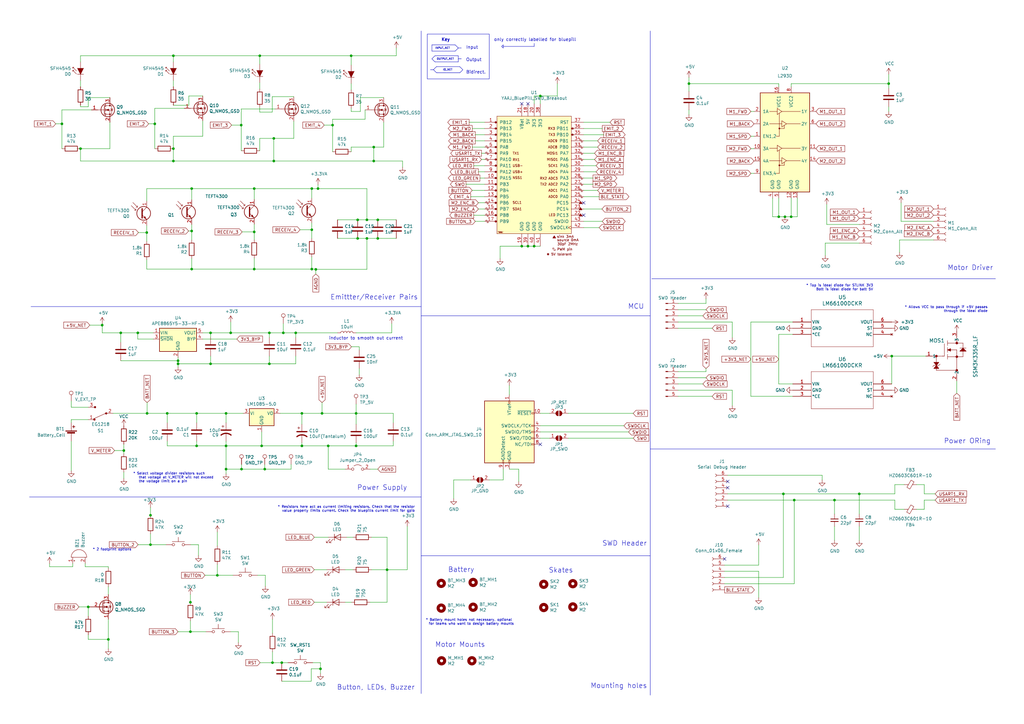
<source format=kicad_sch>
(kicad_sch (version 20231120) (generator "eeschema") (generator_version "8.0")
  (paper "A3")
  (junction (at 71.12 66.04))
  (junction (at 127.889 94.234))
  (junction (at 71.12 60.96))
  (junction (at 78.613 94.742))
  (junction (at 127.889 110.363))
  (junction (at 33.02 60.96))
  (junction (at 365.76 146.05))
  (junction (at 130.429 77.343))
  (junction (at 68.58 169.545))
  (junction (at 36.195 248.92))
  (junction (at 154.94 90.17))
  (junction (at 41.91 133.35))
  (junction (at 150.495 97.79))
  (junction (at 104.267 95.123))
  (junction (at 86.36 149.225))
  (junction (at 104.267 77.343))
  (junction (at 352.425 202.565))
  (junction (at 342.265 205.105))
  (junction (at 50.8 184.785))
  (junction (at 92.71 182.88))
  (junction (at 49.53 136.525))
  (junction (at 63.5 50.8))
  (junction (at 60.198 95.377))
  (junction (at 108.585 192.405))
  (junction (at 221.615 39.37))
  (junction (at 110.49 136.525))
  (junction (at 106.553 22.86))
  (junction (at 134.62 182.88))
  (junction (at 144.018 22.86))
  (junction (at 324.485 88.9))
  (junction (at 150.495 90.17))
  (junction (at 25.4 50.8))
  (junction (at 78.613 110.363))
  (junction (at 61.722 211.328))
  (junction (at 153.289 60.325))
  (junction (at 129.54 110.49))
  (junction (at 219.075 100.965))
  (junction (at 321.945 88.9))
  (junction (at 115.57 271.78))
  (junction (at 94.615 136.525))
  (junction (at 56.515 136.525))
  (junction (at 154.94 97.79))
  (junction (at 80.645 182.88))
  (junction (at 86.36 136.525))
  (junction (at 71.12 22.86))
  (junction (at 78.105 259.08))
  (junction (at 123.825 182.88))
  (junction (at 107.315 182.88))
  (junction (at 282.575 34.29))
  (junction (at 319.405 88.9))
  (junction (at 112.3068 66.04))
  (junction (at 216.535 100.965))
  (junction (at 146.685 97.79))
  (junction (at 158.75 233.68))
  (junction (at 321.31 202.565))
  (junction (at 136.398 51.308))
  (junction (at 89.154 235.966))
  (junction (at 44.45 262.255))
  (junction (at 78.105 247.015))
  (junction (at 78.613 77.343))
  (junction (at 364.49 34.29))
  (junction (at 146.05 169.545))
  (junction (at 112.3068 56.769))
  (junction (at 73.025 149.225))
  (junction (at 123.825 169.545))
  (junction (at 73.025 147.955))
  (junction (at 146.05 182.88))
  (junction (at 92.71 169.545))
  (junction (at 127.889 77.343))
  (junction (at 325.755 205.105))
  (junction (at 132.08 169.545))
  (junction (at 116.205 136.525))
  (junction (at 104.267 110.363))
  (junction (at 60.325 169.545))
  (junction (at 110.49 149.225))
  (junction (at 153.289 66.04))
  (junction (at 131.445 274.32))
  (junction (at 80.645 169.545))
  (junction (at 61.722 223.393))
  (junction (at 111.76 271.78))
  (junction (at 213.995 100.965))
  (junction (at 121.285 136.525))
  (junction (at 92.71 192.405))
  (junction (at 146.685 90.17))
  (junction (at 99.06 192.405))
  (junction (at 98.933 51.308))
  (no_connect (at 216.535 42.545))
  (no_connect (at 297.18 229.235))
  (no_connect (at 239.395 88.265))
  (no_connect (at 298.45 200.025))
  (no_connect (at 221.615 182.245))
  (no_connect (at 239.395 83.185))
  (no_connect (at 298.45 207.645))
  (no_connect (at 298.45 197.485))
  (no_connect (at 213.995 42.545))
  (wire (pts (xy 121.285 146.05) (xy 121.285 149.225)))
  (wire (pts (xy 108.585 190.5) (xy 108.585 192.405)))
  (wire (pts (xy 80.645 173.355) (xy 80.645 169.545)))
  (wire (pts (xy 36.83 248.92) (xy 36.195 248.92)))
  (wire (pts (xy 104.267 77.343) (xy 127.889 77.343)))
  (wire (pts (xy 161.29 180.975) (xy 161.29 182.88)))
  (polyline (pts (xy 266.7 129.54) (xy 172.72 129.54)))
  (wire (pts (xy 321.31 236.855) (xy 321.31 202.565)))
  (wire (pts (xy 108.839 235.966) (xy 108.839 240.411)))
  (polyline (pts (xy 187.96 25.4) (xy 178.435 25.4)))
  (wire (pts (xy 36.195 248.92) (xy 32.385 248.92)))
  (wire (pts (xy 379.095 208.915) (xy 379.095 205.105)))
  (wire (pts (xy 92.71 169.545) (xy 99.695 169.545)))
  (wire (pts (xy 45.085 60.96) (xy 33.02 60.96)))
  (wire (pts (xy 158.75 247.015) (xy 151.765 247.015)))
  (wire (pts (xy 144.78 233.68) (xy 141.605 233.68)))
  (wire (pts (xy 208.915 192.405) (xy 212.725 192.405)))
  (wire (pts (xy 309.245 55.88) (xy 307.975 55.88)))
  (wire (pts (xy 193.04 80.645) (xy 198.755 80.645)))
  (wire (pts (xy 298.45 202.565) (xy 321.31 202.565)))
  (wire (pts (xy 105.664 235.966) (xy 108.839 235.966)))
  (wire (pts (xy 165.1 66.04) (xy 165.1 68.58)))
  (polyline (pts (xy 266.7 12.7) (xy 266.7 285.115)))
  (wire (pts (xy 221.615 179.705) (xy 225.425 179.705)))
  (wire (pts (xy 134.62 182.88) (xy 123.825 182.88)))
  (wire (pts (xy 146.685 97.79) (xy 138.43 97.79)))
  (polyline (pts (xy 206.375 19.05) (xy 219.075 19.05)))
  (wire (pts (xy 83.185 39.37) (xy 77.47 39.37)))
  (wire (pts (xy 83.185 49.53) (xy 83.185 55.88)))
  (polyline (pts (xy 187.96 19.685) (xy 189.23 19.685)))
  (wire (pts (xy 110.49 136.525) (xy 116.205 136.525)))
  (wire (pts (xy 130.429 77.343) (xy 130.429 75.692)))
  (wire (pts (xy 104.267 95.123) (xy 104.267 98.298)))
  (wire (pts (xy 33.02 43.18) (xy 33.02 43.815)))
  (wire (pts (xy 319.405 88.9) (xy 321.945 88.9)))
  (wire (pts (xy 61.722 223.393) (xy 68.072 223.393)))
  (wire (pts (xy 198.755 75.565) (xy 191.135 75.565)))
  (wire (pts (xy 111.76 259.715) (xy 111.76 254)))
  (wire (pts (xy 60.198 77.343) (xy 60.198 82.423)))
  (wire (pts (xy 342.265 221.615) (xy 342.265 215.9)))
  (wire (pts (xy 50.8 184.785) (xy 50.8 186.055)))
  (wire (pts (xy 245.11 60.325) (xy 239.395 60.325)))
  (wire (pts (xy 319.405 157.48) (xy 325.12 157.48)))
  (wire (pts (xy 221.615 177.165) (xy 257.81 177.165)))
  (wire (pts (xy 60.198 77.343) (xy 78.613 77.343)))
  (wire (pts (xy 239.395 73.025) (xy 243.205 73.025)))
  (wire (pts (xy 127.889 77.343) (xy 130.429 77.343)))
  (wire (pts (xy 144.78 220.345) (xy 142.24 220.345)))
  (wire (pts (xy 127.889 105.41) (xy 127.889 110.363)))
  (wire (pts (xy 92.71 182.88) (xy 80.645 182.88)))
  (wire (pts (xy 29.845 231.14) (xy 29.845 232.41)))
  (wire (pts (xy 278.13 134.62) (xy 292.1 134.62)))
  (wire (pts (xy 36.195 167.005) (xy 29.21 167.005)))
  (wire (pts (xy 106.553 22.86) (xy 106.553 26.289)))
  (wire (pts (xy 298.45 205.105) (xy 325.755 205.105)))
  (wire (pts (xy 89.154 231.521) (xy 89.154 235.966)))
  (wire (pts (xy 144.018 26.67) (xy 144.018 22.86)))
  (wire (pts (xy 198.755 88.265) (xy 194.31 88.265)))
  (wire (pts (xy 239.395 90.805) (xy 247.015 90.805)))
  (wire (pts (xy 98.933 44.704) (xy 98.933 51.308)))
  (wire (pts (xy 115.57 271.78) (xy 111.76 271.78)))
  (wire (pts (xy 73.025 149.225) (xy 73.025 150.495)))
  (wire (pts (xy 36.195 43.815) (xy 33.02 43.815)))
  (wire (pts (xy 278.13 129.54) (xy 288.29 129.54)))
  (wire (pts (xy 98.933 51.308) (xy 98.933 61.849)))
  (wire (pts (xy 44.45 262.255) (xy 44.45 266.065)))
  (polyline (pts (xy 177.165 18.415) (xy 177.165 20.955)))
  (wire (pts (xy 311.15 234.315) (xy 311.15 245.11)))
  (wire (pts (xy 78.105 243.84) (xy 78.105 247.015)))
  (polyline (pts (xy 172.72 12.7) (xy 172.72 284.48)))
  (wire (pts (xy 147.32 143.51) (xy 147.32 142.24)))
  (wire (pts (xy 134.62 182.88) (xy 134.62 192.405)))
  (wire (pts (xy 147.828 45.72) (xy 144.018 45.72)))
  (wire (pts (xy 278.13 160.02) (xy 300.355 160.02)))
  (wire (pts (xy 86.36 146.05) (xy 86.36 149.225)))
  (wire (pts (xy 352.425 215.9) (xy 352.425 221.615)))
  (wire (pts (xy 29.21 172.085) (xy 29.21 173.355)))
  (wire (pts (xy 89.154 235.966) (xy 95.504 235.966)))
  (wire (pts (xy 94.996 51.308) (xy 98.933 51.308)))
  (wire (pts (xy 239.395 55.245) (xy 247.65 55.245)))
  (wire (pts (xy 239.395 85.725) (xy 246.888 85.725)))
  (wire (pts (xy 111.633 39.624) (xy 120.523 39.624)))
  (wire (pts (xy 309.245 71.12) (xy 307.975 71.12)))
  (wire (pts (xy 83.185 55.88) (xy 71.12 55.88)))
  (wire (pts (xy 244.475 67.945) (xy 239.395 67.945)))
  (wire (pts (xy 81.407 223.393) (xy 81.407 227.838)))
  (wire (pts (xy 352.425 202.565) (xy 367.03 202.565)))
  (wire (pts (xy 146.05 169.545) (xy 161.29 169.545)))
  (wire (pts (xy 167.005 233.68) (xy 167.005 215.9)))
  (wire (pts (xy 49.53 140.335) (xy 49.53 136.525)))
  (wire (pts (xy 186.055 196.85) (xy 186.055 204.47)))
  (polyline (pts (xy 172.72 203.835) (xy 12.065 203.835)))
  (wire (pts (xy 307.975 132.08) (xy 307.975 162.56)))
  (wire (pts (xy 104.267 91.948) (xy 104.267 95.123)))
  (wire (pts (xy 144.018 44.45) (xy 144.018 45.72)))
  (wire (pts (xy 367.03 198.755) (xy 370.84 198.755)))
  (wire (pts (xy 46.355 169.545) (xy 60.325 169.545)))
  (wire (pts (xy 157.353 60.325) (xy 153.289 60.325)))
  (wire (pts (xy 212.725 192.405) (xy 212.725 197.485)))
  (wire (pts (xy 104.267 77.343) (xy 104.267 81.788)))
  (wire (pts (xy 29.21 180.975) (xy 29.21 193.04)))
  (wire (pts (xy 36.195 262.255) (xy 44.45 262.255)))
  (wire (pts (xy 158.75 233.68) (xy 158.75 247.015)))
  (polyline (pts (xy 12.7 125.73) (xy 172.72 125.73)))
  (wire (pts (xy 161.29 169.545) (xy 161.29 173.355)))
  (wire (pts (xy 104.267 105.918) (xy 104.267 110.363)))
  (wire (pts (xy 86.36 149.225) (xy 73.025 149.225)))
  (wire (pts (xy 128.905 220.345) (xy 134.62 220.345)))
  (wire (pts (xy 324.485 34.29) (xy 364.49 34.29)))
  (wire (pts (xy 61.722 208.153) (xy 61.722 211.328)))
  (wire (pts (xy 20.32 232.41) (xy 20.32 231.14)))
  (wire (pts (xy 44.45 243.84) (xy 44.45 240.665)))
  (wire (pts (xy 127.889 91.44) (xy 127.889 94.234)))
  (wire (pts (xy 278.13 154.94) (xy 289.56 154.94)))
  (wire (pts (xy 325.755 205.105) (xy 342.265 205.105)))
  (wire (pts (xy 368.935 98.425) (xy 368.935 103.505)))
  (wire (pts (xy 127.635 279.4) (xy 127.635 274.32)))
  (wire (pts (xy 289.56 151.13) (xy 289.56 152.4)))
  (wire (pts (xy 327.025 88.9) (xy 324.485 88.9)))
  (wire (pts (xy 136.398 51.308) (xy 136.398 62.23)))
  (wire (pts (xy 147.828 40.005) (xy 147.828 45.72)))
  (wire (pts (xy 138.43 90.17) (xy 146.685 90.17)))
  (wire (pts (xy 111.633 45.974) (xy 111.633 39.624)))
  (wire (pts (xy 193.04 196.85) (xy 186.055 196.85)))
  (wire (pts (xy 282.575 46.99) (xy 282.575 45.085)))
  (wire (pts (xy 160.655 136.525) (xy 146.05 136.525)))
  (wire (pts (xy 154.94 97.79) (xy 150.495 97.79)))
  (wire (pts (xy 78.232 223.393) (xy 81.407 223.393)))
  (wire (pts (xy 324.485 34.29) (xy 324.485 35.56)))
  (wire (pts (xy 149.733 45.085) (xy 149.733 48.895)))
  (wire (pts (xy 325.755 239.395) (xy 325.755 205.105)))
  (wire (pts (xy 316.865 81.28) (xy 316.865 88.9)))
  (wire (pts (xy 309.245 60.96) (xy 307.975 60.96)))
  (wire (pts (xy 34.925 232.41) (xy 34.925 231.14)))
  (wire (pts (xy 382.905 90.805) (xy 369.57 90.805)))
  (wire (pts (xy 154.94 192.405) (xy 151.765 192.405)))
  (wire (pts (xy 33.02 60.96) (xy 33.02 66.04)))
  (wire (pts (xy 33.02 33.02) (xy 33.02 35.56)))
  (wire (pts (xy 154.94 90.17) (xy 162.56 90.17)))
  (wire (pts (xy 83.185 139.065) (xy 97.155 139.065)))
  (wire (pts (xy 198.755 70.485) (xy 196.215 70.485)))
  (wire (pts (xy 110.49 146.05) (xy 110.49 149.225)))
  (polyline (pts (xy 267.335 114.3) (xy 408.305 114.3)))
  (wire (pts (xy 78.613 92.075) (xy 78.613 94.742)))
  (wire (pts (xy 245.11 57.785) (xy 239.395 57.785)))
  (polyline (pts (xy 408.305 184.15) (xy 266.7 184.15)))
  (wire (pts (xy 44.45 233.045) (xy 44.45 232.41)))
  (wire (pts (xy 25.4 50.8) (xy 25.4 60.96)))
  (wire (pts (xy 127.889 110.363) (xy 129.54 110.363)))
  (wire (pts (xy 144.018 22.86) (xy 162.56 22.86)))
  (wire (pts (xy 327.025 81.28) (xy 327.025 88.9)))
  (wire (pts (xy 33.02 66.04) (xy 71.12 66.04)))
  (wire (pts (xy 78.613 77.343) (xy 104.267 77.343)))
  (wire (pts (xy 92.71 192.405) (xy 99.06 192.405)))
  (wire (pts (xy 138.43 136.525) (xy 121.285 136.525)))
  (wire (pts (xy 152.4 220.345) (xy 158.75 220.345)))
  (wire (pts (xy 127.635 274.32) (xy 131.445 274.32)))
  (wire (pts (xy 89.154 223.901) (xy 89.154 218.186)))
  (wire (pts (xy 92.71 182.88) (xy 92.71 180.975)))
  (wire (pts (xy 219.075 39.37) (xy 221.615 39.37)))
  (wire (pts (xy 99.314 95.123) (xy 104.267 95.123)))
  (wire (pts (xy 120.523 56.769) (xy 112.3068 56.769)))
  (wire (pts (xy 206.375 192.405) (xy 206.375 196.85)))
  (wire (pts (xy 307.975 162.56) (xy 325.12 162.56)))
  (wire (pts (xy 60.96 50.8) (xy 63.5 50.8)))
  (wire (pts (xy 112.3068 56.769) (xy 112.3068 66.04)))
  (wire (pts (xy 75.565 44.45) (xy 63.5 44.45)))
  (polyline (pts (xy 177.165 18.415) (xy 186.69 18.415)))
  (wire (pts (xy 216.535 100.965) (xy 213.995 100.965)))
  (wire (pts (xy 92.71 173.355) (xy 92.71 169.545)))
  (wire (pts (xy 60.325 169.545) (xy 68.58 169.545)))
  (wire (pts (xy 60.198 95.377) (xy 60.198 98.933)))
  (wire (pts (xy 56.515 139.065) (xy 62.865 139.065)))
  (wire (pts (xy 152.4 233.68) (xy 158.75 233.68)))
  (wire (pts (xy 144.145 247.015) (xy 141.605 247.015)))
  (wire (pts (xy 221.615 39.37) (xy 228.6 39.37)))
  (wire (pts (xy 29.845 232.41) (xy 20.32 232.41)))
  (wire (pts (xy 198.755 85.725) (xy 196.215 85.725)))
  (wire (pts (xy 352.425 210.82) (xy 352.425 202.565)))
  (wire (pts (xy 73.025 147.955) (xy 73.025 149.225)))
  (wire (pts (xy 112.903 44.704) (xy 98.933 44.704)))
  (wire (pts (xy 36.195 40.005) (xy 36.195 43.815)))
  (wire (pts (xy 150.495 97.79) (xy 150.495 110.49)))
  (wire (pts (xy 50.8 184.785) (xy 46.99 184.785)))
  (wire (pts (xy 22.86 50.8) (xy 25.4 50.8)))
  (wire (pts (xy 297.18 231.775) (xy 311.15 231.775)))
  (polyline (pts (xy 177.165 20.955) (xy 186.69 20.955)))
  (wire (pts (xy 71.12 66.04) (xy 112.3068 66.04)))
  (wire (pts (xy 118.11 271.78) (xy 115.57 271.78)))
  (wire (pts (xy 146.685 90.17) (xy 150.495 90.17)))
  (wire (pts (xy 60.198 106.553) (xy 60.198 110.363)))
  (polyline (pts (xy 188.595 27.305) (xy 179.07 27.305)))
  (wire (pts (xy 129.54 110.363) (xy 129.54 110.49)))
  (wire (pts (xy 379.095 198.755) (xy 375.92 198.755)))
  (wire (pts (xy 153.289 66.04) (xy 165.1 66.04)))
  (wire (pts (xy 324.485 88.9) (xy 321.945 88.9)))
  (wire (pts (xy 192.405 50.165) (xy 198.755 50.165)))
  (wire (pts (xy 278.13 152.4) (xy 289.56 152.4)))
  (wire (pts (xy 205.105 100.965) (xy 213.995 100.965)))
  (wire (pts (xy 198.755 52.705) (xy 193.675 52.705)))
  (wire (pts (xy 364.49 36.195) (xy 364.49 34.29)))
  (wire (pts (xy 71.12 55.88) (xy 71.12 60.96)))
  (wire (pts (xy 83.185 136.525) (xy 86.36 136.525)))
  (wire (pts (xy 131.445 274.32) (xy 131.445 271.78)))
  (wire (pts (xy 297.18 239.395) (xy 325.755 239.395)))
  (wire (pts (xy 86.36 149.225) (xy 110.49 149.225)))
  (wire (pts (xy 147.32 151.13) (xy 147.32 153.67)))
  (wire (pts (xy 128.905 247.015) (xy 133.985 247.015)))
  (wire (pts (xy 50.8 182.245) (xy 50.8 184.785)))
  (wire (pts (xy 193.675 78.105) (xy 198.755 78.105)))
  (wire (pts (xy 80.645 182.88) (xy 80.645 180.975)))
  (wire (pts (xy 110.49 149.225) (xy 121.285 149.225)))
  (wire (pts (xy 116.205 132.715) (xy 116.205 136.525)))
  (wire (pts (xy 78.613 77.343) (xy 78.613 81.915)))
  (wire (pts (xy 239.395 50.165) (xy 250.19 50.165)))
  (wire (pts (xy 116.205 136.525) (xy 121.285 136.525)))
  (wire (pts (xy 367.03 208.915) (xy 367.03 205.105)))
  (wire (pts (xy 80.645 169.545) (xy 92.71 169.545)))
  (wire (pts (xy 106.553 33.909) (xy 106.553 36.449)))
  (wire (pts (xy 78.105 247.015) (xy 78.105 247.142)))
  (wire (pts (xy 86.36 136.525) (xy 94.615 136.525)))
  (wire (pts (xy 365.76 146.05) (xy 379.73 146.05)))
  (wire (pts (xy 146.05 169.545) (xy 146.05 165.735)))
  (wire (pts (xy 157.353 40.005) (xy 147.828 40.005)))
  (wire (pts (xy 33.02 22.86) (xy 33.02 25.4)))
  (wire (pts (xy 324.485 81.28) (xy 324.485 88.9)))
  (wire (pts (xy 368.935 98.425) (xy 382.905 98.425)))
  (wire (pts (xy 311.15 231.775) (xy 311.15 223.52)))
  (wire (pts (xy 108.585 192.405) (xy 119.38 192.405)))
  (wire (pts (xy 36.195 260.35) (xy 36.195 262.255)))
  (wire (pts (xy 297.18 236.855) (xy 321.31 236.855)))
  (wire (pts (xy 128.27 271.78) (xy 131.445 271.78)))
  (wire (pts (xy 146.05 182.88) (xy 134.62 182.88)))
  (wire (pts (xy 298.45 194.945) (xy 337.185 194.945)))
  (wire (pts (xy 92.71 182.88) (xy 107.315 182.88)))
  (wire (pts (xy 364.49 34.29) (xy 364.49 30.48)))
  (wire (pts (xy 134.62 192.405) (xy 141.605 192.405)))
  (polyline (pts (xy 219.075 17.78) (xy 219.075 19.05)))
  (wire (pts (xy 94.615 136.525) (xy 110.49 136.525)))
  (wire (pts (xy 193.675 60.325) (xy 198.755 60.325)))
  (wire (pts (xy 307.975 45.72) (xy 309.245 45.72)))
  (wire (pts (xy 130.429 77.343) (xy 150.495 77.343)))
  (wire (pts (xy 239.395 78.105) (xy 245.11 78.105)))
  (wire (pts (xy 392.43 161.29) (xy 392.43 156.21)))
  (wire (pts (xy 146.05 181.61) (xy 146.05 182.88)))
  (wire (pts (xy 68.58 173.355) (xy 68.58 169.545)))
  (polyline (pts (xy 206.375 18.415) (xy 206.375 19.685)))
  (wire (pts (xy 36.195 172.085) (xy 29.21 172.085)))
  (wire (pts (xy 44.45 232.41) (xy 34.925 232.41)))
  (wire (pts (xy 25.4 45.085) (xy 37.465 45.085)))
  (wire (pts (xy 71.12 33.02) (xy 71.12 35.56)))
  (wire (pts (xy 132.08 169.545) (xy 132.08 165.1)))
  (wire (pts (xy 379.095 202.565) (xy 383.54 202.565)))
  (wire (pts (xy 89.154 235.966) (xy 84.074 235.966)))
  (wire (pts (xy 352.425 92.075) (xy 339.09 92.075)))
  (wire (pts (xy 300.355 132.08) (xy 300.355 138.43)))
  (wire (pts (xy 45.085 40.005) (xy 36.195 40.005)))
  (wire (pts (xy 120.523 49.784) (xy 120.523 56.769)))
  (wire (pts (xy 198.755 57.785) (xy 194.945 57.785)))
  (wire (pts (xy 233.045 179.705) (xy 259.715 179.705)))
  (wire (pts (xy 131.445 276.225) (xy 131.445 274.32)))
  (wire (pts (xy 160.655 132.715) (xy 160.655 136.525)))
  (wire (pts (xy 77.47 39.37) (xy 77.47 43.18)))
  (wire (pts (xy 78.613 94.742) (xy 78.613 98.425)))
  (wire (pts (xy 367.03 208.915) (xy 370.84 208.915)))
  (wire (pts (xy 61.722 223.393) (xy 56.642 223.393)))
  (wire (pts (xy 119.38 192.405) (xy 119.38 190.5)))
  (wire (pts (xy 161.29 182.88) (xy 146.05 182.88)))
  (wire (pts (xy 99.06 190.5) (xy 99.06 192.405)))
  (wire (pts (xy 239.395 62.865) (xy 243.84 62.865)))
  (wire (pts (xy 221.615 39.37) (xy 221.615 42.545)))
  (wire (pts (xy 115.57 279.4) (xy 127.635 279.4)))
  (wire (pts (xy 219.075 100.965) (xy 216.535 100.965)))
  (wire (pts (xy 369.57 90.805) (xy 369.57 83.185)))
  (wire (pts (xy 162.56 22.86) (xy 162.56 19.685)))
  (wire (pts (xy 150.495 90.17) (xy 154.94 90.17)))
  (polyline (pts (xy 188.595 29.845) (xy 179.07 29.845)))
  (wire (pts (xy 321.31 202.565) (xy 352.425 202.565)))
  (wire (pts (xy 219.075 42.545) (xy 219.075 39.37)))
  (wire (pts (xy 221.615 174.625) (xy 255.905 174.625)))
  (wire (pts (xy 194.945 55.245) (xy 198.755 55.245)))
  (wire (pts (xy 162.56 97.79) (xy 154.94 97.79)))
  (wire (pts (xy 56.515 136.525) (xy 49.53 136.525)))
  (wire (pts (xy 278.13 127) (xy 289.56 127)))
  (wire (pts (xy 73.025 146.685) (xy 73.025 147.955)))
  (wire (pts (xy 123.825 169.545) (xy 123.825 173.99)))
  (wire (pts (xy 45.085 50.165) (xy 45.085 60.96)))
  (wire (pts (xy 127.889 94.234) (xy 127.889 97.79)))
  (wire (pts (xy 338.455 99.695) (xy 338.455 104.775)))
  (wire (pts (xy 41.91 133.35) (xy 41.91 132.715)))
  (wire (pts (xy 259.715 169.545) (xy 233.045 169.545)))
  (wire (pts (xy 111.76 271.78) (xy 106.68 271.78)))
  (wire (pts (xy 297.18 234.315) (xy 311.15 234.315)))
  (wire (pts (xy 78.105 259.08) (xy 84.455 259.08)))
  (wire (pts (xy 49.53 147.955) (xy 73.025 147.955)))
  (wire (pts (xy 68.58 180.975) (xy 68.58 182.88)))
  (wire (pts (xy 99.06 192.405) (xy 108.585 192.405)))
  (wire (pts (xy 319.405 137.16) (xy 325.12 137.16)))
  (wire (pts (xy 157.353 50.165) (xy 157.353 60.325)))
  (wire (pts (xy 194.945 90.805) (xy 198.755 90.805)))
  (wire (pts (xy 112.3068 56.769) (xy 106.553 56.769)))
  (wire (pts (xy 44.45 254) (xy 44.45 262.255)))
  (wire (pts (xy 379.095 208.915) (xy 375.92 208.915)))
  (wire (pts (xy 150.495 110.49) (xy 129.54 110.49)))
  (wire (pts (xy 94.615 259.08) (xy 97.79 259.08)))
  (wire (pts (xy 144.018 34.29) (xy 144.018 36.83)))
  (wire (pts (xy 316.865 88.9) (xy 319.405 88.9)))
  (wire (pts (xy 198.755 62.865) (xy 197.485 62.865)))
  (wire (pts (xy 123.825 182.88) (xy 107.315 182.88)))
  (wire (pts (xy 153.289 60.325) (xy 153.289 66.04)))
  (polyline (pts (xy 187.96 24.13) (xy 189.23 24.13)))
  (wire (pts (xy 56.515 136.525) (xy 56.515 139.065)))
  (wire (pts (xy 78.613 106.045) (xy 78.613 110.363)))
  (wire (pts (xy 107.315 182.88) (xy 107.315 177.165)))
  (wire (pts (xy 60.198 110.363) (xy 78.613 110.363)))
  (polyline (pts (xy 187.96 25.4) (xy 187.96 22.86)))
  (wire (pts (xy 25.4 45.085) (xy 25.4 50.8)))
  (wire (pts (xy 307.975 132.08) (xy 325.12 132.08)))
  (wire (pts (xy 104.267 110.363) (xy 127.889 110.363)))
  (wire (pts (xy 112.3068 66.04) (xy 153.289 66.04)))
  (wire (pts (xy 97.79 259.08) (xy 97.79 263.525)))
  (wire (pts (xy 282.575 34.29) (xy 282.575 31.75)))
  (wire (pts (xy 36.83 133.35) (xy 41.91 133.35)))
  (wire (pts (xy 41.91 136.525) (xy 41.91 133.35)))
  (wire (pts (xy 239.395 65.405) (xy 243.84 65.405)))
  (wire (pts (xy 245.745 93.345) (xy 239.395 93.345)))
  (wire (pts (xy 146.05 169.545) (xy 146.05 173.99)))
  (wire (pts (xy 282.575 34.29) (xy 319.405 34.29)))
  (wire (pts (xy 239.395 80.645) (xy 245.745 80.645)))
  (wire (pts (xy 63.5 50.8) (xy 63.5 60.96)))
  (wire (pts (xy 71.12 22.86) (xy 106.553 22.86)))
  (wire (pts (xy 94.615 136.525) (xy 94.615 132.08)))
  (wire (pts (xy 106.553 56.769) (xy 106.553 61.849)))
  (polyline (pts (xy 187.96 22.86) (xy 178.435 22.86)))
  (wire (pts (xy 206.375 196.85) (xy 200.66 196.85)))
  (wire (pts (xy 29.21 167.005) (xy 29.21 164.465)))
  (wire (pts (xy 319.405 35.56) (xy 319.405 34.29)))
  (wire (pts (xy 339.09 92.075) (xy 339.09 83.82)))
  (wire (pts (xy 78.105 259.08) (xy 73.025 259.08)))
  (wire (pts (xy 158.75 233.68) (xy 167.005 233.68)))
  (wire (pts (xy 60.325 165.1) (xy 60.325 169.545)))
  (wire (pts (xy 111.76 267.335) (xy 111.76 271.78)))
  (wire (pts (xy 364.49 45.72) (xy 364.49 43.815)))
  (wire (pts (xy 289.56 124.46) (xy 289.56 122.555)))
  (wire (pts (xy 278.13 132.08) (xy 300.355 132.08)))
  (wire (pts (xy 208.915 161.925) (xy 208.915 158.115)))
  (wire (pts (xy 36.195 252.73) (xy 36.195 248.92)))
  (wire (pts (xy 61.722 211.328) (xy 61.722 211.455)))
  (wire (pts (xy 150.495 97.79) (xy 146.685 97.79)))
  (wire (pts (xy 278.13 157.48) (xy 288.29 157.48)))
  (wire (pts (xy 144.018 60.325) (xy 144.018 62.23)))
  (wire (pts (xy 128.905 233.68) (xy 133.985 233.68)))
  (wire (pts (xy 132.969 51.308) (xy 136.398 51.308)))
  (wire (pts (xy 68.58 169.545) (xy 80.645 169.545)))
  (wire (pts (xy 219.075 100.965) (xy 221.615 100.965)))
  (wire (pts (xy 239.395 75.565) (xy 243.205 75.565)))
  (wire (pts (xy 225.425 169.545) (xy 221.615 169.545)))
  (wire (pts (xy 80.645 182.88) (xy 68.58 182.88)))
  (wire (pts (xy 198.755 67.945) (xy 194.31 67.945)))
  (wire (pts (xy 278.13 124.46) (xy 289.56 124.46)))
  (wire (pts (xy 123.825 169.545) (xy 132.08 169.545)))
  (wire (pts (xy 63.5 44.45) (xy 63.5 50.8)))
  (wire (pts (xy 342.265 205.105) (xy 367.03 205.105)))
  (wire (pts (xy 338.455 99.695) (xy 352.425 99.695)))
  (wire (pts (xy 106.553 44.069) (xy 106.553 45.974)))
  (wire (pts (xy 205.105 100.965) (xy 205.105 106.045)))
  (wire (pts (xy 150.495 77.343) (xy 150.495 90.17)))
  (wire (pts (xy 71.12 22.86) (xy 33.02 22.86)))
  (wire (pts (xy 78.613 110.363) (xy 104.267 110.363)))
  (wire (pts (xy 71.12 22.86) (xy 71.12 25.4)))
  (wire (pts (xy 121.285 138.43) (xy 121.285 136.525)))
  (wire (pts (xy 71.12 60.96) (xy 71.12 66.04)))
  (wire (pts (xy 123.825 181.61) (xy 123.825 182.88)))
  (wire (pts (xy 365.76 146.05) (xy 365.76 157.48)))
  (wire (pts (xy 228.6 39.37) (xy 228.6 34.29)))
  (wire (pts (xy 50.8 193.675) (xy 50.8 196.215)))
  (wire (pts (xy 78.105 254.635) (xy 78.105 259.08)))
  (wire (pts (xy 77.343 94.742) (xy 78.613 94.742)))
  (wire (pts (xy 136.398 48.895) (xy 136.398 51.308)))
  (wire (pts (xy 244.475 70.485) (xy 239.395 70.485)))
  (wire (pts (xy 278.13 162.56) (xy 292.1 162.56)))
  (wire (pts (xy 114.935 169.545) (xy 123.825 169.545)))
  (wire (pts (xy 106.553 22.86) (xy 144.018 22.86)))
  (wire (pts (xy 62.865 136.525) (xy 56.515 136.525)))
  (wire (pts (xy 49.53 136.525) (xy 41.91 136.525)))
  (wire (pts (xy 92.71 182.88) (xy 92.71 192.405)))
  (wire (pts (xy 158.75 220.345) (xy 158.75 233.68)))
  (wire (pts (xy 282.575 37.465) (xy 282.575 34.29)))
  (polyline (pts (xy 176.53 28.575) (xy 177.8 28.575)))
  (wire (pts (xy 110.49 138.43) (xy 110.49 136.525)))
  (wire (pts (xy 86.36 138.43) (xy 86.36 136.525)))
  (wire (pts (xy 123.063 94.234) (xy 127.889 94.234)))
  (wire (pts (xy 319.405 81.28) (xy 319.405 88.9)))
  (wire (pts (xy 153.289 60.325) (xy 144.018 60.325)))
  (wire (pts (xy 198.755 83.185) (xy 196.215 83.185)))
  (wire (pts (xy 319.405 137.16) (xy 319.405 157.48)))
  (wire (pts (xy 106.553 45.974) (xy 111.633 45.974)))
  (wire (pts (xy 337.185 194.945) (xy 337.185 196.85)))
  (wire (pts (xy 61.722 218.948) (xy 61.722 223.393)))
  (wire (pts (xy 127.889 77.343) (xy 127.889 81.28)))
  (wire (pts (xy 129.54 110.49) (xy 129.54 112.395)))
  (wire (pts (xy 379.095 205.105) (xy 383.54 205.105)))
  (wire (pts (xy 198.755 65.405) (xy 197.485 65.405)))
  (wire (pts (xy 60.198 92.583) (xy 60.198 95.377)))
  (wire (pts (xy 77.47 43.18) (xy 71.12 43.18)))
  (polyline (pts (xy 266.7 227.965) (xy 172.72 227.965)))
  (wire (pts (xy 342.265 210.82) (xy 342.265 205.105)))
  (wire (pts (xy 92.71 192.405) (xy 92.71 194.31)))
  (wire (pts (xy 367.03 198.755) (xy 367.03 202.565)))
  (wire (pts (xy 132.08 169.545) (xy 146.05 169.545)))
  (wire (pts (xy 365.125 146.05) (xy 365.76 146.05)))
  (wire (pts (xy 239.395 52.705) (xy 247.015 52.705)))
  (wire (pts (xy 300.355 160.02) (xy 300.355 166.37)))
  (wire (pts (xy 196.85 73.025) (xy 198.755 73.025)))
  (wire (pts (xy 56.769 95.377) (xy 60.198 95.377)))
  (wire (pts (xy 149.733 48.895) (xy 136.398 48.895)))
  (wire (pts (xy 379.095 198.755) (xy 379.095 202.565)))
  (wire (pts (xy 147.32 142.24) (xy 144.145 142.24)))
  (arc (start 188.56 27.345) (mid 189.2055 27.9695) (end 189.83 28.615))
  (arc (start 177.165 24.13) (mid 177.7837 23.4787) (end 178.435 22.86))
  (arc (start 186.69 18.415) (mid 187.3356 19.0394) (end 187.96 19.685))
  (arc (start 206.375 18.415) (mid 206.0642 18.7392) (end 205.74 19.05))
  (arc (start 178.435 25.4) (mid 177.7806 24.7844) (end 177.165 24.13))
  (arc (start 177.8 28.575) (mid 178.4187 27.9237) (end 179.07 27.305))
  (arc (start 206.375 19.685) (mid 206.0519 19.3731) (end 205.74 19.05))
  (rectangle (start 175.26 13.97) (end 200.66 32.385))
  (arc (start 179.07 29.845) (mid 178.4156 29.2294) (end 177.8 28.575))
  (arc (start 189.83 28.615) (mid 189.2076 29.2626) (end 188.56 29.885))
  (arc (start 187.96 19.685) (mid 187.3375 20.3325) (end 186.69 20.955))
  (text "Mounting holes" (at 265.43 282.575 0) (effects (font (size 2.0066 2.0066)) (justify right bottom)))
  (text "Output\n" (at 191.135 25.4 0) (effects (font (size 1.27 1.27)) (justify left bottom)))
  (text "IO_NET" (at 181.61 29.21 0) (effects (font (size 0.762 0.762)) (justify left bottom)))
  (text "Power ORing\n\n" (at 406.4 185.42 0) (effects (font (size 2.0066 2.0066)) (justify right bottom)))
  (text "Battery" (at 194.564 234.95 0) (effects (font (size 2.0066 2.0066)) (justify right bottom)))
  (text "Input" (at 191.135 20.32 0) (effects (font (size 1.27 1.27)) (justify left bottom)))
  (text "inductor to smooth out current" (at 134.874 139.573 0) (effects (font (size 1.27 1.27)) (justify left bottom)))
  (text "* 2 footprint options" (at 53.975 226.06 0) (effects (font (size 0.9906 0.9906)) (justify right bottom)))
  (text "* Battery mount holes not necessary, optional \nfor teams who want to design battery mounts" (at 210.82 256.54 0) (effects (font (size 0.9906 0.9906)) (justify right bottom)))
  (text "* Top is ideal diode for STLINK 3V3\nBott is ideal diode for batt 5V" (at 358.14 119.38 0) (effects (font (size 0.9906 0.9906)) (justify right bottom)))
  (text "Motor Driver" (at 388.62 111.125 0) (effects (font (size 2.0066 2.0066)) (justify left bottom)))
  (text "* Allows VCC to pass through if +5V passes\nthrough the ideal diode" (at 405.13 128.27 0) (effects (font (size 0.9906 0.9906)) (justify right bottom)))
  (text "Emittter/Receiver Pairs" (at 171.45 123.19 0) (effects (font (size 2.0066 2.0066)) (justify right bottom)))
  (text "* Resistors here act as current limiting resistors. Check that the resistor\n  value properly limits current. Check the bluepills current limit for gpio" (at 170.18 210.185 0) (effects (font (size 0.9906 0.9906)) (justify right bottom)))
  (text "Bidirect." (at 191.135 30.48 0) (effects (font (size 1.27 1.27)) (justify left bottom)))
  (text "MCU" (at 264.16 127 0) (effects (font (size 2.0066 2.0066)) (justify right bottom)))
  (text "OUTPUT_NET" (at 179.07 24.765 0) (effects (font (size 0.762 0.762)) (justify left bottom)))
  (text "SWD Header" (at 247.015 224.155 0) (effects (font (size 2.0066 2.0066)) (justify left bottom)))
  (text "only correctly labelled for bluepill" (at 202.565 17.145 0) (effects (font (size 1.27 1.27)) (justify left bottom)))
  (text "* Select voltage divider resistors such\n   that voltage at V_METER will not exceed\n   the voltage limit on a pin" (at 54.61 198.12 0) (effects (font (size 0.9906 0.9906)) (justify left bottom)))
  (text "Motor Mounts" (at 199.009 265.684 0) (effects (font (size 2.0066 2.0066)) (justify right bottom)))
  (text "Button, LEDs, Buzzer" (at 170.18 283.21 0) (effects (font (size 2.0066 2.0066)) (justify right bottom)))
  (text "Skates" (at 235.077 235.204 0) (effects (font (size 2.0066 2.0066)) (justify right bottom)))
  (text "Power Supply" (at 167.005 201.295 0) (effects (font (size 2.0066 2.0066)) (justify right bottom)))
  (text "Key" (at 180.975 17.145 0) (effects (font (size 1.27 1.27) (thickness 0.254) (bold yes)) (justify left bottom)))
  (text "INPUT_NET" (at 178.435 20.32 0) (effects (font (size 0.762 0.762)) (justify left bottom)))
  (global_label "+5V_NET" (shape input) (at 132.08 165.1 90) (property "Intersheetrefs" "${INTERSHEET_REFS}" (effects (hide yes))))
  (global_label "3V3_BYP" (shape input) (at 97.155 139.065 0) (property "Intersheetrefs" "${INTERSHEET_REFS}" (effects (hide yes))))
  (global_label "RECEIV_2" (shape input) (at 77.343 94.742 180) (property "Intersheetrefs" "${INTERSHEET_REFS}" (effects (hide yes))))
  (global_label "RST" (shape input) (at 292.1 134.62 0) (property "Intersheetrefs" "${INTERSHEET_REFS}" (effects (hide yes))))
  (global_label "BUTTON_2" (shape input) (at 246.888 85.725 0) (property "Intersheetrefs" "${INTERSHEET_REFS}" (effects (hide yes))))
  (global_label "V_METER" (shape input) (at 245.11 78.105 0) (property "Intersheetrefs" "${INTERSHEET_REFS}" (effects (hide yes))))
  (global_label "BLE_STATE" (shape output) (at 297.18 241.935 0) (property "Intersheetrefs" "${INTERSHEET_REFS}" (effects (hide yes))))
  (global_label "+3V3_NET" (shape input) (at 307.975 147.32 180) (property "Intersheetrefs" "${INTERSHEET_REFS}" (effects (hide yes))))
  (global_label "M2_ENC_A" (shape input) (at 196.215 85.725 180) (property "Intersheetrefs" "${INTERSHEET_REFS}" (effects (hide yes))))
  (global_label "SWO" (shape output) (at 191.135 75.565 180) (property "Intersheetrefs" "${INTERSHEET_REFS}" (effects (hide yes))))
  (global_label "M2_SPD" (shape output) (at 243.205 75.565 0) (property "Intersheetrefs" "${INTERSHEET_REFS}" (effects (hide yes))))
  (global_label "RST" (shape input) (at 250.19 50.165 0) (property "Intersheetrefs" "${INTERSHEET_REFS}" (effects (hide yes))))
  (global_label "AGND" (shape input) (at 129.54 112.395 270) (property "Intersheetrefs" "${INTERSHEET_REFS}" (effects (hide yes))))
  (global_label "M2_OUT_1" (shape input) (at 334.645 60.96 0) (property "Intersheetrefs" "${INTERSHEET_REFS}" (effects (hide yes))))
  (global_label "EMIT_3" (shape input) (at 94.996 51.308 180) (property "Intersheetrefs" "${INTERSHEET_REFS}" (effects (hide yes))))
  (global_label "M1_ENC_B" (shape input) (at 352.425 97.155 180) (property "Intersheetrefs" "${INTERSHEET_REFS}" (effects (hide yes))))
  (global_label "M2_BACK" (shape output) (at 194.945 57.785 180) (property "Intersheetrefs" "${INTERSHEET_REFS}" (effects (hide yes))))
  (global_label "USART1_RX" (shape input) (at 383.54 202.565 0) (property "Intersheetrefs" "${INTERSHEET_REFS}" (effects (hide yes))))
  (global_label "EMIT_2" (shape output) (at 247.015 52.705 0) (property "Intersheetrefs" "${INTERSHEET_REFS}" (effects (hide yes))))
  (global_label "LED_RED" (shape output) (at 194.31 67.945 180) (property "Intersheetrefs" "${INTERSHEET_REFS}" (effects (hide yes))))
  (global_label "M1_OUT_1" (shape input) (at 334.645 45.72 0) (property "Intersheetrefs" "${INTERSHEET_REFS}" (effects (hide yes))))
  (global_label "M2_BACK" (shape input) (at 309.245 66.04 180) (property "Intersheetrefs" "${INTERSHEET_REFS}" (effects (hide yes))))
  (global_label "M2_SPD" (shape input) (at 307.975 71.12 180) (property "Intersheetrefs" "${INTERSHEET_REFS}" (effects (hide yes))))
  (global_label "EMIT_1" (shape input) (at 22.86 50.8 180) (property "Intersheetrefs" "${INTERSHEET_REFS}" (effects (hide yes))))
  (global_label "SWDCLK" (shape input) (at 288.29 157.48 0) (property "Intersheetrefs" "${INTERSHEET_REFS}" (effects (hide yes))))
  (global_label "BATT_NET" (shape input) (at 60.325 165.1 90) (property "Intersheetrefs" "${INTERSHEET_REFS}" (effects (hide yes))))
  (global_label "M1_BACK" (shape input) (at 309.245 50.8 180) (property "Intersheetrefs" "${INTERSHEET_REFS}" (effects (hide yes))))
  (global_label "M2_ENC_A" (shape input) (at 382.905 93.345 180) (property "Intersheetrefs" "${INTERSHEET_REFS}" (effects (hide yes))))
  (global_label "BUTTON_3" (shape input) (at 73.025 259.08 180) (property "Intersheetrefs" "${INTERSHEET_REFS}" (effects (hide yes))))
  (global_label "RECEIV_4" (shape input) (at 123.063 94.234 180) (property "Intersheetrefs" "${INTERSHEET_REFS}" (effects (hide yes))))
  (global_label "RST" (shape input) (at 259.715 169.545 0) (property "Intersheetrefs" "${INTERSHEET_REFS}" (effects (hide yes))))
  (global_label "M1_ENC_B" (shape input) (at 243.84 62.865 0) (property "Intersheetrefs" "${INTERSHEET_REFS}" (effects (hide yes))))
  (global_label "+5V_NET" (shape input) (at 319.405 147.32 180) (property "Intersheetrefs" "${INTERSHEET_REFS}" (effects (hide yes))))
  (global_label "M1_OUT_2" (shape input) (at 352.425 89.535 180) (property "Intersheetrefs" "${INTERSHEET_REFS}" (effects (hide yes))))
  (global_label "USART1_RX" (shape input) (at 197.485 65.405 180) (property "Intersheetrefs" "${INTERSHEET_REFS}" (effects (hide yes))))
  (global_label "M2_ENC_B" (shape input) (at 382.905 95.885 180) (property "Intersheetrefs" "${INTERSHEET_REFS}" (effects (hide yes))))
  (global_label "BUTTON" (shape input) (at 193.675 78.105 180) (property "Intersheetrefs" "${INTERSHEET_REFS}" (effects (hide yes))))
  (global_label "M1_OUT_1" (shape input) (at 352.425 86.995 180) (property "Intersheetrefs" "${INTERSHEET_REFS}" (effects (hide yes))))
  (global_label "RST" (shape input) (at 292.1 162.56 0) (property "Intersheetrefs" "${INTERSHEET_REFS}" (effects (hide yes))))
  (global_label "M1_FWD" (shape output) (at 193.675 60.325 180) (property "Intersheetrefs" "${INTERSHEET_REFS}" (effects (hide yes))))
  (global_label "USART1_TX" (shape output) (at 197.485 62.865 180) (property "Intersheetrefs" "${INTERSHEET_REFS}" (effects (hide yes))))
  (global_label "+5V_NET" (shape input) (at 36.83 133.35 180) (property "Intersheetrefs" "${INTERSHEET_REFS}" (effects (hide yes))))
  (global_label "RECEIV_3" (shape input) (at 244.475 67.945 0) (property "Intersheetrefs" "${INTERSHEET_REFS}" (effects (hide yes))))
  (global_label "+3V3_NET" (shape input) (at 289.56 151.13 90) (property "Intersheetrefs" "${INTERSHEET_REFS}" (effects (hide yes))))
  (global_label "M1_SPD" (shape output) (at 243.205 73.025 0) (property "Intersheetrefs" "${INTERSHEET_REFS}" (effects (hide yes))))
  (global_label "BUTTON_3" (shape input) (at 194.945 90.805 180) (property "Intersheetrefs" "${INTERSHEET_REFS}" (effects (hide yes))))
  (global_label "M2_OUT_1" (shape input) (at 382.905 85.725 180) (property "Intersheetrefs" "${INTERSHEET_REFS}" (effects (hide yes))))
  (global_label "EMIT_1" (shape output) (at 192.405 50.165 180) (property "Intersheetrefs" "${INTERSHEET_REFS}" (effects (hide yes))))
  (global_label "M2_OUT_2" (shape input) (at 334.645 66.04 0) (property "Intersheetrefs" "${INTERSHEET_REFS}" (effects (hide yes))))
  (global_label "LED_GREEN" (shape input) (at 128.905 233.68 180) (property "Intersheetrefs" "${INTERSHEET_REFS}" (effects (hide yes))))
  (global_label "USART1_TX" (shape input) (at 383.54 205.105 0) (property "Intersheetrefs" "${INTERSHEET_REFS}" (effects (hide yes))))
  (global_label "EMIT_3" (shape output) (at 247.65 55.245 0) (property "Intersheetrefs" "${INTERSHEET_REFS}" (effects (hide yes))))
  (global_label "BUZZER" (shape input) (at 32.385 248.92 180) (property "Intersheetrefs" "${INTERSHEET_REFS}" (effects (hide yes))))
  (global_label "EMIT_4" (shape input) (at 132.969 51.308 180) (property "Intersheetrefs" "${INTERSHEET_REFS}" (effects (hide yes))))
  (global_label "RECEIV_4" (shape input) (at 244.475 70.485 0) (property "Intersheetrefs" "${INTERSHEET_REFS}" (effects (hide yes))))
  (global_label "M1_BACK" (shape output) (at 194.945 55.245 180) (property "Intersheetrefs" "${INTERSHEET_REFS}" (effects (hide yes))))
  (global_label "EMIT_2" (shape input) (at 60.96 50.8 180) (property "Intersheetrefs" "${INTERSHEET_REFS}" (effects (hide yes))))
  (global_label "M1_OUT_2" (shape input) (at 334.645 50.8 0) (property "Intersheetrefs" "${INTERSHEET_REFS}" (effects (hide yes))))
  (global_label "RECEIV_1" (shape input) (at 245.11 57.785 0) (property "Intersheetrefs" "${INTERSHEET_REFS}" (effects (hide yes))))
  (global_label "SWDIO" (shape input) (at 257.81 177.165 0) (property "Intersheetrefs" "${INTERSHEET_REFS}" (effects (hide yes))))
  (global_label "SWDIO" (shape input) (at 289.56 127 0) (property "Intersheetrefs" "${INTERSHEET_REFS}" (effects (hide yes))))
  (global_label "M1_ENC_A" (shape input) (at 352.425 94.615 180) (property "Intersheetrefs" "${INTERSHEET_REFS}" (effects (hide yes))))
  (global_label "BUTTON" (shape input) (at 84.074 235.966 180) (property "Intersheetrefs" "${INTERSHEET_REFS}" (effects (hide yes))))
  (global_label "SWDCLK" (shape input) (at 288.29 129.54 0) (property "Intersheetrefs" "${INTERSHEET_REFS}" (effects (hide yes))))
  (global_label "LED_BLUE" (shape input) (at 128.905 220.345 180) (property "Intersheetrefs" "${INTERSHEET_REFS}" (effects (hide yes))))
  (global_label "SWDCLK" (shape input) (at 245.745 93.345 0) (property "Intersheetrefs" "${INTERSHEET_REFS}" (effects (hide yes))))
  (global_label "M1_FWD" (shape input) (at 307.975 45.72 180) (property "Intersheetrefs" "${INTERSHEET_REFS}" (effects (hide yes))))
  (global_label "V_METER" (shape input) (at 46.99 184.785 180) (property "Intersheetrefs" "${INTERSHEET_REFS}" (effects (hide yes))))
  (global_label "BUZZER" (shape output) (at 194.31 88.265 180) (property "Intersheetrefs" "${INTERSHEET_REFS}" (effects (hide yes))))
  (global_label "LED_GREEN" (shape output) (at 196.85 73.025 180) (property "Intersheetrefs" "${INTERSHEET_REFS}" (effects (hide yes))))
  (global_label "M2_ENC_B" (shape input) (at 196.215 83.185 180) (property "Intersheetrefs" "${INTERSHEET_REFS}" (effects (hide yes))))
  (global_label "M2_FWD" (shape input) (at 307.975 60.96 180) (property "Intersheetrefs" "${INTERSHEET_REFS}" (effects (hide yes))))
  (global_label "BUTTON_2" (shape input) (at 56.642 223.393 180) (property "Intersheetrefs" "${INTERSHEET_REFS}" (effects (hide yes))))
  (global_label "M2_OUT_2" (shape input) (at 382.905 88.265 180) (property "Intersheetrefs" "${INTERSHEET_REFS}" (effects (hide yes))))
  (global_label "LED_BLUE" (shape output) (at 196.215 70.485 180) (property "Intersheetrefs" "${INTERSHEET_REFS}" (effects (hide yes))))
  (global_label "LED_RED" (shape input) (at 128.905 247.015 180) (property "Intersheetrefs" "${INTERSHEET_REFS}" (effects (hide yes))))
  (global_label "BATT_NET" (shape input) (at 392.43 161.29 270) (property "Intersheetrefs" "${INTERSHEET_REFS}" (effects (hide yes))))
  (global_label "SWDIO" (shape bidirectional) (at 247.015 90.805 0) (property "Intersheetrefs" "${INTERSHEET_REFS}" (effects (hide yes))))
  (global_label "RECEIV_2" (shape input) (at 245.11 60.325 0) (property "Intersheetrefs" "${INTERSHEET_REFS}" (effects (hide yes))))
  (global_label "RST" (shape input) (at 106.68 271.78 180) (property "Intersheetrefs" "${INTERSHEET_REFS}" (effects (hide yes))))
  (global_label "RECEIV_3" (shape input) (at 99.314 95.123 180) (property "Intersheetrefs" "${INTERSHEET_REFS}" (effects (hide yes))))
  (global_label "BLE_STATE" (shape output) (at 245.745 80.645 0) (property "Intersheetrefs" "${INTERSHEET_REFS}" (effects (hide yes))))
  (global_label "EMIT_4" (shape output) (at 193.04 80.645 180) (property "Intersheetrefs" "${INTERSHEET_REFS}" (effects (hide yes))))
  (global_label "M1_ENC_A" (shape input) (at 243.84 65.405 0) (property "Intersheetrefs" "${INTERSHEET_REFS}" (effects (hide yes))))
  (global_label "3V3_BYP" (shape input) (at 144.145 142.24 180) (property "Intersheetrefs" "${INTERSHEET_REFS}" (effects (hide yes))))
  (global_label "AGND" (shape input) (at 154.94 192.405 0) (property "Intersheetrefs" "${INTERSHEET_REFS}" (effects (hide yes))))
  (global_label "M1_SPD" (shape input) (at 307.975 55.88 180) (property "Intersheetrefs" "${INTERSHEET_REFS}" (effects (hide yes))))
  (global_label "RECEIV_1" (shape input) (at 56.769 95.377 180) (property "Intersheetrefs" "${INTERSHEET_REFS}" (effects (hide yes))))
  (global_label "SWDCLK" (shape input) (at 255.905 174.625 0) (property "Intersheetrefs" "${INTERSHEET_REFS}" (effects (hide yes))))
  (global_label "M2_FWD" (shape output) (at 193.675 52.705 180) (property "Intersheetrefs" "${INTERSHEET_REFS}" (effects (hide yes))))
  (global_label "SWDIO" (shape input) (at 289.56 154.94 0) (property "Intersheetrefs" "${INTERSHEET_REFS}" (effects (hide yes))))
  (global_label "SWO" (shape input) (at 259.715 179.705 0) (property "Intersheetrefs" "${INTERSHEET_REFS}" (effects (hide yes))))
  (symbol (lib_id "bloo-rescue:R-Device-mouse_v2-rescue") (at 106.553 40.259 0) (unit 1)
    (property "Reference" "R8" (at 108.331 39.0906 0) (effects (justify left)))
    (property "Value" "35" (at 108.331 41.402 0) (effects (justify left)))
    (property "Footprint" "Resistor_SMD:R_1206_3216Metric_Pad1.30x1.75mm_HandSolder" (effects (hide yes)))
  )
  (symbol (lib_id "bloo-rescue:IRL81A-LED-mouse_v2-rescue") (at 106.553 28.829 90) (unit 1)
    (property "Reference" "D3" (at 102.6922 31.2674 90) (effects (justify left)))
    (property "Value" "SFH4545" (at 102.6922 28.956 90) (effects (justify left)))
    (property "Footprint" "MM_Library:Emitter" (effects (hide yes)))
    (property "Datasheet" "http://www.osram-os.com/Graphics/XPic0/00203825_0.pdf" (effects (hide yes)))
  )
  (symbol (lib_id "bloo-rescue:Q_Photo_NPN-Device-mouse_v2-rescue") (at 57.658 87.503 0) (unit 1)
    (property "Reference" "Q0" (at 53.1622 88.6714 0) (effects (justify right)))
    (property "Value" "TEFT4300" (at 53.1622 86.36 0) (effects (justify right)))
    (property "Footprint" "MM_Library:Emitter" (effects (hide yes)))
  )
  (symbol (lib_id "bloo-rescue:Q_Photo_NPN-Device-mouse_v2-rescue") (at 76.073 86.995 0) (unit 1)
    (property "Reference" "Q1" (at 71.5772 88.1634 0) (effects (justify right)))
    (property "Value" "TEFT4300" (at 93.472 80.518 0) (effects (justify right)))
    (property "Footprint" "MM_Library:Emitter" (effects (hide yes)))
  )
  (symbol (lib_id "bloo-rescue:Q_Photo_NPN-Device-mouse_v2-rescue") (at 125.349 86.36 0) (unit 1)
    (property "Reference" "Q2" (at 120.8532 87.5284 0) (effects (justify right)))
    (property "Value" "TEFT4300" (at 120.8532 85.217 0) (effects (justify right)))
    (property "Footprint" "MM_Library:Emitter" (effects (hide yes)))
  )
  (symbol (lib_id "bloo-rescue:Q_Photo_NPN-Device-mouse_v2-rescue") (at 101.727 86.868 0) (unit 1)
    (property "Reference" "Q3" (at 97.2312 88.0364 0) (effects (justify right)))
    (property "Value" "TEFT4300" (at 98.298 85.09 0) (effects (justify right)))
    (property "Footprint" "MM_Library:Emitter" (effects (hide yes)))
  )
  (symbol (lib_id "bloo-rescue:R-Device-mouse_v2-rescue") (at 60.198 102.743 180) (unit 1)
    (property "Reference" "R1" (at 58.42 103.9114 0) (effects (justify left)))
    (property "Value" "1.8k" (at 58.42 101.6 0) (effects (justify left)))
    (property "Footprint" "Resistor_SMD:R_1206_3216Metric_Pad1.30x1.75mm_HandSolder" (effects (hide yes)))
  )
  (symbol (lib_id "bloo-rescue:R-Device-mouse_v2-rescue") (at 78.613 102.235 180) (unit 1)
    (property "Reference" "R2" (at 76.835 103.4034 0) (effects (justify left)))
    (property "Value" "1.8k" (at 76.835 101.092 0) (effects (justify left)))
    (property "Footprint" "Resistor_SMD:R_1206_3216Metric_Pad1.30x1.75mm_HandSolder" (effects (hide yes)))
  )
  (symbol (lib_id "bloo-rescue:R-Device-mouse_v2-rescue") (at 127.889 101.6 180) (unit 1)
    (property "Reference" "R3" (at 126.111 102.7684 0) (effects (justify left)))
    (property "Value" "1.8k" (at 126.111 100.457 0) (effects (justify left)))
    (property "Footprint" "Resistor_SMD:R_1206_3216Metric_Pad1.30x1.75mm_HandSolder" (effects (hide yes)))
  )
  (symbol (lib_id "bloo-rescue:R-Device-mouse_v2-rescue") (at 104.267 102.108 180) (unit 1)
    (property "Reference" "R4" (at 102.489 103.2764 0) (effects (justify left)))
    (property "Value" "1.8k" (at 102.489 100.965 0) (effects (justify left)))
    (property "Footprint" "Resistor_SMD:R_1206_3216Metric_Pad1.30x1.75mm_HandSolder" (effects (hide yes)))
  )
  (symbol (lib_id "bloo-rescue:R-Device-mouse_v2-rescue") (at 102.743 61.849 270) (unit 1)
    (property "Reference" "R16" (at 102.743 56.5912 90))
    (property "Value" "47k" (at 102.743 58.9026 90))
    (property "Footprint" "Resistor_SMD:R_1206_3216Metric_Pad1.30x1.75mm_HandSolder" (effects (hide yes)))
  )
  (symbol (lib_id "bloo-rescue:R-Device-mouse_v2-rescue") (at 144.018 40.64 0) (unit 1)
    (property "Reference" "R7" (at 145.796 39.4716 0) (effects (justify left)))
    (property "Value" "35" (at 145.796 41.783 0) (effects (justify left)))
    (property "Footprint" "Resistor_SMD:R_1206_3216Metric_Pad1.30x1.75mm_HandSolder" (effects (hide yes)))
  )
  (symbol (lib_id "bloo-rescue:IRL81A-LED-mouse_v2-rescue") (at 144.018 29.21 90) (unit 1)
    (property "Reference" "D2" (at 140.1572 31.6484 90) (effects (justify left)))
    (property "Value" "SFH4545" (at 140.1572 29.337 90) (effects (justify left)))
    (property "Footprint" "MM_Library:Emitter" (effects (hide yes)))
    (property "Datasheet" "http://www.osram-os.com/Graphics/XPic0/00203825_0.pdf" (effects (hide yes)))
  )
  (symbol (lib_id "bloo-rescue:R-Device-mouse_v2-rescue") (at 140.208 62.23 270) (unit 1)
    (property "Reference" "R15" (at 140.208 56.9722 90))
    (property "Value" "47k" (at 140.208 59.2836 90))
    (property "Footprint" "Resistor_SMD:R_1206_3216Metric_Pad1.30x1.75mm_HandSolder" (effects (hide yes)))
  )
  (symbol (lib_id "bloo-rescue:R-Device-mouse_v2-rescue") (at 33.02 39.37 0) (unit 1)
    (property "Reference" "R5" (at 34.798 38.2016 0) (effects (justify left)))
    (property "Value" "35" (at 34.798 40.513 0) (effects (justify left)))
    (property "Footprint" "Resistor_SMD:R_1206_3216Metric_Pad1.30x1.75mm_HandSolder" (effects (hide yes)))
  )
  (symbol (lib_id "bloo-rescue:IRL81A-LED-mouse_v2-rescue") (at 33.02 27.94 90) (unit 1)
    (property "Reference" "D0" (at 29.1592 30.3784 90) (effects (justify left)))
    (property "Value" "SFH4545" (at 29.1592 28.067 90) (effects (justify left)))
    (property "Footprint" "MM_Library:Emitter" (effects (hide yes)))
    (property "Datasheet" "http://www.osram-os.com/Graphics/XPic0/00203825_0.pdf" (effects (hide yes)))
  )
  (symbol (lib_id "bloo-rescue:R-Device-mouse_v2-rescue") (at 29.21 60.96 270) (unit 1)
    (property "Reference" "R13" (at 29.21 55.7022 90))
    (property "Value" "47k" (at 29.21 58.0136 90))
    (property "Footprint" "Resistor_SMD:R_1206_3216Metric_Pad1.30x1.75mm_HandSolder" (effects (hide yes)))
  )
  (symbol (lib_id "bloo-rescue:R-Device-mouse_v2-rescue") (at 71.12 39.37 0) (unit 1)
    (property "Reference" "R6" (at 72.898 38.2016 0) (effects (justify left)))
    (property "Value" "35" (at 72.898 40.513 0) (effects (justify left)))
    (property "Footprint" "Resistor_SMD:R_1206_3216Metric_Pad1.30x1.75mm_HandSolder" (effects (hide yes)))
  )
  (symbol (lib_id "bloo-rescue:IRL81A-LED-mouse_v2-rescue") (at 71.12 27.94 90) (unit 1)
    (property "Reference" "D1" (at 67.2592 30.3784 90) (effects (justify left)))
    (property "Value" "SFH4545" (at 67.2592 28.067 90) (effects (justify left)))
    (property "Footprint" "MM_Library:Emitter" (effects (hide yes)))
    (property "Datasheet" "http://www.osram-os.com/Graphics/XPic0/00203825_0.pdf" (effects (hide yes)))
  )
  (symbol (lib_id "bloo-rescue:R-Device-mouse_v2-rescue") (at 67.31 60.96 270) (unit 1)
    (property "Reference" "R14" (at 67.31 55.7022 90))
    (property "Value" "47k" (at 67.31 58.0136 90))
    (property "Footprint" "Resistor_SMD:R_1206_3216Metric_Pad1.30x1.75mm_HandSolder" (effects (hide yes)))
  )
  (symbol (lib_id "bloo-rescue:LM1084-5.0-Regulator_Linear-mouse_v2-rescue") (at 107.315 169.545 0) (unit 1)
    (property "Reference" "U3" (at 107.315 163.3982 0))
    (property "Value" "LM1085-5.0" (at 107.315 165.7096 0))
    (property "Footprint" "MM_Library:5V Voltage Reg" (effects (hide yes)))
    (property "Datasheet" "http://www.ti.com/lit/ds/symlink/lm1084.pdf" (effects (hide yes)))
  )
  (symbol (lib_id "bloo-rescue:MountingHole-Mechanical-mouse_v2-rescue") (at 223.012 249.174 0) (unit 1)
    (property "Reference" "SK1" (at 225.552 248.0056 0) (effects (justify left)))
    (property "Value" "M2" (at 225.552 250.317 0) (effects (justify left)))
    (property "Footprint" "MountingHole:MountingHole_2.2mm_M2" (effects (hide yes)))
  )
  (symbol (lib_id "bloo-rescue:MountingHole-Mechanical-mouse_v2-rescue") (at 194.056 249.047 0) (unit 1)
    (property "Reference" "BT_MH2" (at 196.596 247.8786 0) (effects (justify left)))
    (property "Value" "M2" (at 196.596 250.19 0) (effects (justify left)))
    (property "Footprint" "MountingHole:MountingHole_2.2mm_M2" (effects (hide yes)))
  )
  (symbol (lib_id "bloo-rescue:MountingHole-Mechanical-mouse_v2-rescue") (at 194.056 238.887 0) (unit 1)
    (property "Reference" "BT_MH1" (at 196.596 237.7186 0) (effects (justify left)))
    (property "Value" "M2" (at 196.596 240.03 0) (effects (justify left)))
    (property "Footprint" "MountingHole:MountingHole_2.2mm_M2" (effects (hide yes)))
  )
  (symbol (lib_id "bloo-rescue:MountingHole-Mechanical-mouse_v2-rescue") (at 223.012 239.649 0) (unit 1)
    (property "Reference" "SK2" (at 225.552 238.4806 0) (effects (justify left)))
    (property "Value" "M2" (at 225.552 240.792 0) (effects (justify left)))
    (property "Footprint" "MountingHole:MountingHole_2.2mm_M2" (effects (hide yes)))
  )
  (symbol (lib_id "bloo-rescue:CP1-Device-mouse_v2-rescue") (at 92.71 177.165 0) (unit 1)
    (property "Reference" "C9" (at 86.995 178.435 0) (effects (justify left)))
    (property "Value" "10uF" (at 85.725 176.53 0) (effects (justify left)))
    (property "Footprint" "Capacitor_SMD:C_1206_3216Metric_Pad1.33x1.80mm_HandSolder" (effects (hide yes)))
  )
  (symbol (lib_id "bloo-rescue:EG1218-dk_Slide-Switches-mouse-rescue") (at 41.275 169.545 180) (unit 1)
    (property "Reference" "S1" (at 41.275 176.6316 0))
    (property "Value" "EG1218" (at 41.275 173.99 0))
    (property "Footprint" "MM_Library:MM Switch" (effects (hide yes)))
    (property "Datasheet" "http://spec_sheets.e-switch.com/specs/P040040.pdf" (effects (hide yes)))
    (property "Description" "SWITCH SLIDE SPDT 200MA 30V" (effects (hide yes)))
    (property "Digi-Key_PN" "EG1903-ND" (effects (hide yes)))
    (property "MPN" "EG1218" (effects (hide yes)))
    (property "Category" "Switches" (effects (hide yes)))
    (property "Family" "Slide Switches" (effects (hide yes)))
    (property "DK_Datasheet_Link" "http://spec_sheets.e-switch.com/specs/P040040.pdf" (effects (hide yes)))
    (property "DK_Detail_Page" "/product-detail/en/e-switch/EG1218/EG1903-ND/101726" (effects (hide yes)))
    (property "Manufacturer" "E-Switch" (effects (hide yes)))
    (property "Status" "Active" (effects (hide yes)))
  )
  (symbol (lib_id "bloo-rescue:Battery_Cell-Device-mouse_v2-rescue") (at 29.21 178.435 0) (unit 1)
    (property "Reference" "BT1" (at 22.86 175.895 0) (effects (justify left)))
    (property "Value" "Battery_Cell" (at 15.24 178.435 0) (effects (justify left)))
    (property "Footprint" "Connector_PinSocket_2.54mm:PinSocket_1x02_P2.54mm_Vertical" (effects (hide yes)))
  )
  (symbol (lib_id "bloo-rescue:CP1-Device-mouse_v2-rescue") (at 123.825 177.8 0) (unit 1)
    (property "Reference" "C10" (at 126.746 176.6316 0) (effects (justify left)))
    (property "Value" "10uF(Tantalum)" (at 126.746 178.943 0) (effects (justify left)))
    (property "Footprint" "Capacitor_SMD:C_1206_3216Metric_Pad1.33x1.80mm_HandSolder" (effects (hide yes)))
  )
  (symbol (lib_id "bloo-rescue:Buzzer-Device-mouse_v2-rescue") (at 32.385 228.6 90) (unit 1)
    (property "Reference" "BZ1" (at 31.6484 224.7138 0) (effects (justify left)))
    (property "Value" "Buzzer" (at 33.9598 224.7138 0) (effects (justify left)))
    (property "Footprint" "Buzzer_Beeper:MagneticBuzzer_PUI_AT-0927-TT-6-R" (effects (hide yes)))
  )
  (symbol (lib_id "bloo-rescue:LED-Device-mouse_v2-rescue") (at 137.795 247.015 0) (unit 1)
    (property "Reference" "D4" (at 137.5664 241.5286 0))
    (property "Value" "LED" (at 137.5664 243.84 0))
    (property "Footprint" "LED_SMD:LED_0805_2012Metric_Pad1.15x1.40mm_HandSolder" (effects (hide yes)))
  )
  (symbol (lib_id "bloo-rescue:R-Device-mouse_v2-rescue") (at 147.955 247.015 90) (unit 1)
    (property "Reference" "R19" (at 146.7866 245.237 0) (effects (justify left)))
    (property "Value" "750" (at 149.098 245.237 0) (effects (justify left)))
    (property "Footprint" "Resistor_SMD:R_1206_3216Metric_Pad1.30x1.75mm_HandSolder" (effects (hide yes)))
  )
  (symbol (lib_id "bloo-rescue:LED-Device-mouse_v2-rescue") (at 137.795 233.68 0) (unit 1)
    (property "Reference" "D5" (at 137.5664 228.1936 0))
    (property "Value" "LED" (at 137.5664 230.505 0))
    (property "Footprint" "LED_SMD:LED_0805_2012Metric_Pad1.15x1.40mm_HandSolder" (effects (hide yes)))
  )
  (symbol (lib_id "bloo-rescue:R-Device-mouse_v2-rescue") (at 148.59 233.68 90) (unit 1)
    (property "Reference" "R20" (at 147.4216 231.902 0) (effects (justify left)))
    (property "Value" "75" (at 149.733 231.902 0) (effects (justify left)))
    (property "Footprint" "Resistor_SMD:R_1206_3216Metric_Pad1.30x1.75mm_HandSolder" (effects (hide yes)))
  )
  (symbol (lib_id "bloo-rescue:LED-Device-mouse_v2-rescue") (at 138.43 220.345 0) (unit 1)
    (property "Reference" "D6" (at 138.2014 214.8586 0))
    (property "Value" "LED" (at 138.2014 217.17 0))
    (property "Footprint" "LED_SMD:LED_0805_2012Metric_Pad1.15x1.40mm_HandSolder" (effects (hide yes)))
  )
  (symbol (lib_id "bloo-rescue:R-Device-mouse_v2-rescue") (at 148.59 220.345 90) (unit 1)
    (property "Reference" "R21" (at 147.4216 218.567 0) (effects (justify left)))
    (property "Value" "75" (at 149.733 218.567 0) (effects (justify left)))
    (property "Footprint" "Resistor_SMD:R_1206_3216Metric_Pad1.30x1.75mm_HandSolder" (effects (hide yes)))
  )
  (symbol (lib_id "Connector:Conn_01x06_Female") (at 293.37 202.565 180) (unit 1)
    (property "Reference" "J1" (at 296.1132 189.23 0))
    (property "Value" "Serial Debug Header" (at 296.1132 191.5414 0))
    (property "Footprint" "Connector_PinHeader_2.54mm:PinHeader_1x06_P2.54mm_Vertical" (effects (hide yes)))
  )
  (symbol (lib_id "Device:R") (at 50.8 178.435 0) (unit 1)
    (property "Reference" "R22" (at 52.578 177.2666 0) (effects (justify left)))
    (property "Value" "20K" (at 52.578 179.578 0) (effects (justify left)))
    (property "Footprint" "Resistor_SMD:R_1206_3216Metric_Pad1.30x1.75mm_HandSolder" (effects (hide yes)))
  )
  (symbol (lib_id "Device:R") (at 50.8 189.865 0) (unit 1)
    (property "Reference" "R23" (at 52.578 188.6966 0) (effects (justify left)))
    (property "Value" "10K" (at 52.578 191.008 0) (effects (justify left)))
    (property "Footprint" "Resistor_SMD:R_1206_3216Metric_Pad1.30x1.75mm_HandSolder" (effects (hide yes)))
  )
  (symbol (lib_id "bloo-rescue:R-Device-mouse_v2-rescue") (at 36.195 256.54 180) (unit 1)
    (property "Reference" "R17" (at 32.385 257.175 0))
    (property "Value" "47k" (at 32.385 255.27 0))
    (property "Footprint" "Resistor_SMD:R_1206_3216Metric_Pad1.30x1.75mm_HandSolder" (effects (hide yes)))
  )
  (symbol (lib_id "Device:R") (at 44.45 236.855 180) (unit 1)
    (property "Reference" "R18" (at 42.672 238.0234 0) (effects (justify left)))
    (property "Value" "0" (at 42.672 235.712 0) (effects (justify left)))
    (property "Footprint" "Resistor_SMD:R_1206_3216Metric_Pad1.30x1.75mm_HandSolder" (effects (hide yes)))
  )
  (symbol (lib_id "power:GND") (at 205.105 106.045 0) (unit 1)
    (property "Reference" "#PWR0102" (effects (hide yes)))
    (property "Value" "GND" (at 205.232 110.4392 0))
  )
  (symbol (lib_id "Device:FerriteBead_Small") (at 373.38 198.755 270) (unit 1)
    (property "Reference" "FB3" (at 373.38 192.7352 90))
    (property "Value" "HZ0603C601R-10" (at 373.38 195.0466 90))
    (property "Footprint" "Resistor_SMD:R_0603_1608Metric_Pad0.98x0.95mm_HandSolder" (effects (hide yes)))
  )
  (symbol (lib_id "Device:FerriteBead_Small") (at 373.38 208.915 90) (unit 1)
    (property "Reference" "FB4" (at 373.38 215.265 90))
    (property "Value" "HZ0603C601R-10" (at 373.38 212.725 90))
    (property "Footprint" "Resistor_SMD:R_0603_1608Metric_Pad0.98x0.95mm_HandSolder" (effects (hide yes)))
  )
  (symbol (lib_id "Device:C_Small") (at 342.265 213.36 0) (unit 1)
    (property "Reference" "C6" (at 344.6018 212.1916 0) (effects (justify left)))
    (property "Value" "22pF" (at 344.6018 214.503 0) (effects (justify left)))
    (property "Footprint" "Capacitor_SMD:C_0603_1608Metric_Pad1.08x0.95mm_HandSolder" (effects (hide yes)))
  )
  (symbol (lib_id "Device:C_Small") (at 352.425 213.36 0) (unit 1)
    (property "Reference" "C8" (at 354.7618 212.1916 0) (effects (justify left)))
    (property "Value" "22pF" (at 354.7618 214.503 0) (effects (justify left)))
    (property "Footprint" "Capacitor_SMD:C_0603_1608Metric_Pad1.08x0.95mm_HandSolder" (effects (hide yes)))
  )
  (symbol (lib_id "power:GND") (at 165.1 68.58 0) (unit 1)
    (property "Reference" "#PWR0105" (effects (hide yes)))
    (property "Value" "GND" (at 165.227 72.9742 0))
  )
  (symbol (lib_id "power:+5V") (at 162.56 19.685 0) (unit 1)
    (property "Reference" "#PWR0106" (effects (hide yes)))
    (property "Value" "+5V" (at 162.941 15.2908 0))
  )
  (symbol (lib_id "Device:C") (at 161.29 177.165 0) (unit 1)
    (property "Reference" "C13" (at 164.211 175.9966 0) (effects (justify left)))
    (property "Value" "0.1uF" (at 164.211 178.308 0) (effects (justify left)))
    (property "Footprint" "Capacitor_SMD:C_1206_3216Metric_Pad1.33x1.80mm_HandSolder" (effects (hide yes)))
  )
  (symbol (lib_id "Device:C") (at 49.53 144.145 0) (unit 1)
    (property "Reference" "C17" (at 52.451 142.9766 0) (effects (justify left)))
    (property "Value" "1uF" (at 52.451 145.288 0) (effects (justify left)))
    (property "Footprint" "Capacitor_SMD:C_1206_3216Metric_Pad1.33x1.80mm_HandSolder" (effects (hide yes)))
  )
  (symbol (lib_id "Device:L") (at 142.24 136.525 90) (unit 1)
    (property "Reference" "L1" (at 142.24 131.699 90))
    (property "Value" "10uH" (at 142.24 134.0104 90))
    (property "Footprint" "Inductor_SMD:L_1206_3216Metric_Pad1.42x1.75mm_HandSolder" (effects (hide yes)))
  )
  (symbol (lib_id "power:+3.3VA") (at 160.655 132.715 0) (unit 1)
    (property "Reference" "#PWR0103" (effects (hide yes)))
    (property "Value" "+3.3VA" (at 161.036 128.3208 0))
  )
  (symbol (lib_id "Device:C") (at 86.36 142.24 0) (unit 1)
    (property "Reference" "C18" (at 89.281 141.0716 0) (effects (justify left)))
    (property "Value" "1uF" (at 89.281 143.383 0) (effects (justify left)))
    (property "Footprint" "Capacitor_SMD:C_1206_3216Metric_Pad1.33x1.80mm_HandSolder" (effects (hide yes)))
  )
  (symbol (lib_id "power:+3.3VA") (at 130.429 75.692 0) (unit 1)
    (property "Reference" "#PWR0108" (effects (hide yes)))
    (property "Value" "+3.3VA" (at 130.81 71.2978 0))
  )
  (symbol (lib_id "Regulator_Linear:APE8865Y5-33-HF-3") (at 73.025 139.065 0) (unit 1)
    (property "Reference" "U4" (at 73.025 130.3782 0))
    (property "Value" "APE8865Y5-33-HF-3" (at 73.025 132.6896 0))
    (property "Footprint" "Package_TO_SOT_SMD:SOT-23-5" (effects (hide yes)))
    (property "Datasheet" "http://www.tme.eu/fr/Document/ced3461ed31ea70a3c416fb648e0cde7/APE8865-3.pdf" (effects (hide yes)))
  )
  (symbol (lib_id "power:+5V") (at 41.91 132.715 0) (unit 1)
    (property "Reference" "#PWR0104" (effects (hide yes)))
    (property "Value" "+5V" (at 42.291 128.3208 0))
  )
  (symbol (lib_id "power:+3V3") (at 289.56 122.555 0) (unit 1)
    (property "Reference" "#PWR0149" (effects (hide yes)))
    (property "Value" "+3V3" (at 289.941 118.1608 0))
  )
  (symbol (lib_id "power:+3V3") (at 208.915 158.115 0) (unit 1)
    (property "Reference" "#PWR0150" (effects (hide yes)))
    (property "Value" "+3V3" (at 209.296 153.7208 0))
  )
  (symbol (lib_id "power:GND") (at 352.425 221.615 0) (unit 1)
    (property "Reference" "#PWR0131" (effects (hide yes)))
    (property "Value" "GND" (at 352.552 226.0092 0))
  )
  (symbol (lib_id "power:GND") (at 342.265 221.615 0) (unit 1)
    (property "Reference" "#PWR0132" (effects (hide yes)))
    (property "Value" "GND" (at 342.392 226.0092 0))
  )
  (symbol (lib_id "Device:C") (at 138.43 93.98 0) (unit 1)
    (property "Reference" "C14" (at 141.351 92.8116 0) (effects (justify left)))
    (property "Value" "1uF" (at 141.351 95.123 0) (effects (justify left)))
    (property "Footprint" "Capacitor_SMD:C_1206_3216Metric_Pad1.33x1.80mm_HandSolder" (effects (hide yes)))
  )
  (symbol (lib_id "Device:C") (at 80.645 177.165 180) (unit 1)
    (property "Reference" "C1" (at 77.724 178.3334 0) (effects (justify left)))
    (property "Value" "0.1uF" (at 77.724 176.022 0) (effects (justify left)))
    (property "Footprint" "Capacitor_SMD:C_1206_3216Metric_Pad1.33x1.80mm_HandSolder" (effects (hide yes)))
  )
  (symbol (lib_id "Device:C") (at 146.685 93.98 0) (unit 1)
    (property "Reference" "C15" (at 149.606 92.8116 0) (effects (justify left)))
    (property "Value" "1uF" (at 149.606 95.123 0) (effects (justify left)))
    (property "Footprint" "Capacitor_SMD:C_1206_3216Metric_Pad1.33x1.80mm_HandSolder" (effects (hide yes)))
  )
  (symbol (lib_id "Device:C") (at 154.94 93.98 0) (unit 1)
    (property "Reference" "C20" (at 157.861 92.8116 0) (effects (justify left)))
    (property "Value" "1uF" (at 157.861 95.123 0) (effects (justify left)))
    (property "Footprint" "Capacitor_SMD:C_1206_3216Metric_Pad1.33x1.80mm_HandSolder" (effects (hide yes)))
  )
  (symbol (lib_id "Device:C") (at 162.56 93.98 0) (unit 1)
    (property "Reference" "C21" (at 165.481 92.8116 0) (effects (justify left)))
    (property "Value" "1uF" (at 165.481 95.123 0) (effects (justify left)))
    (property "Footprint" "Capacitor_SMD:C_1206_3216Metric_Pad1.33x1.80mm_HandSolder" (effects (hide yes)))
  )
  (symbol (lib_id "power:+3V3") (at 94.615 132.08 0) (unit 1)
    (property "Reference" "#PWR0127" (effects (hide yes)))
    (property "Value" "+3V3" (at 94.996 127.6858 0))
  )
  (symbol (lib_id "power:GND") (at 73.025 150.495 0) (unit 1)
    (property "Reference" "#PWR0138" (effects (hide yes)))
    (property "Value" "GND" (at 73.152 154.8892 0))
  )
  (symbol (lib_id "Device:C") (at 68.58 177.165 0) (unit 1)
    (property "Reference" "C2" (at 62.23 177.165 0) (effects (justify left)))
    (property "Value" "100uF" (at 60.96 179.705 0) (effects (justify left)))
    (property "Footprint" "Capacitor_THT:CP_Radial_D6.3mm_P2.50mm" (effects (hide yes)))
  )
  (symbol (lib_id "Device:C") (at 110.49 142.24 0) (unit 1)
    (property "Reference" "C11" (at 113.411 141.0716 0) (effects (justify left)))
    (property "Value" "10uF" (at 113.411 143.383 0) (effects (justify left)))
    (property "Footprint" "Capacitor_SMD:C_1206_3216Metric_Pad1.33x1.80mm_HandSolder" (effects (hide yes)))
  )
  (symbol (lib_id "Device:C") (at 121.285 142.24 0) (unit 1)
    (property "Reference" "C12" (at 124.206 141.0716 0) (effects (justify left)))
    (property "Value" "0.1uF" (at 124.206 143.383 0) (effects (justify left)))
    (property "Footprint" "Capacitor_SMD:C_1206_3216Metric_Pad1.33x1.80mm_HandSolder" (effects (hide yes)))
  )
  (symbol (lib_id "power:+5V") (at 20.32 231.14 0) (unit 1)
    (property "Reference" "#PWR0109" (effects (hide yes)))
    (property "Value" "+5V" (at 20.701 226.7458 0))
  )
  (symbol (lib_id "power:GND") (at 44.45 266.065 0) (unit 1)
    (property "Reference" "#PWR0110" (effects (hide yes)))
    (property "Value" "GND" (at 44.577 270.4592 0))
  )
  (symbol (lib_id "Device:C") (at 146.05 177.8 0) (unit 1)
    (property "Reference" "C16" (at 148.971 176.6316 0) (effects (justify left)))
    (property "Value" "100uF" (at 148.971 178.943 0) (effects (justify left)))
    (property "Footprint" "Capacitor_THT:CP_Radial_D6.3mm_P2.50mm" (effects (hide yes)))
  )
  (symbol (lib_id "power:+3V3") (at 228.6 34.29 0) (unit 1)
    (property "Reference" "#PWR0122" (effects (hide yes)))
    (property "Value" "+3V3" (at 228.981 29.8958 0))
  )
  (symbol (lib_id "Device:C") (at 147.32 147.32 0) (unit 1)
    (property "Reference" "C25" (at 150.241 146.1516 0) (effects (justify left)))
    (property "Value" "10nF" (at 150.241 148.463 0) (effects (justify left)))
    (property "Footprint" "Capacitor_SMD:C_1206_3216Metric_Pad1.33x1.80mm_HandSolder" (effects (hide yes)))
  )
  (symbol (lib_id "Device:R") (at 89.154 227.711 0) (unit 1)
    (property "Reference" "R11" (at 90.932 226.5426 0) (effects (justify left)))
    (property "Value" "47K" (at 90.932 228.854 0) (effects (justify left)))
    (property "Footprint" "Resistor_SMD:R_1206_3216Metric_Pad1.30x1.75mm_HandSolder" (effects (hide yes)))
  )
  (symbol (lib_id "Connector:TestPoint") (at 146.05 165.735 0) (unit 1)
    (property "Reference" "TP3" (at 147.5232 162.7378 0) (effects (justify left)))
    (property "Value" "TP_5V" (at 147.5232 165.0492 0) (effects (justify left)))
    (property "Footprint" "Connector_PinHeader_2.54mm:PinHeader_1x01_P2.54mm_Vertical" (effects (hide yes)))
  )
  (symbol (lib_id "Connector:TestPoint") (at 116.205 132.715 0) (unit 1)
    (property "Reference" "TP4" (at 117.6782 129.7178 0) (effects (justify left)))
    (property "Value" "TP_3V3" (at 117.6782 132.0292 0) (effects (justify left)))
    (property "Footprint" "Connector_PinHeader_2.54mm:PinHeader_1x01_P2.54mm_Vertical" (effects (hide yes)))
  )
  (symbol (lib_id "power:GND") (at 147.32 153.67 0) (unit 1)
    (property "Reference" "#PWR0151" (effects (hide yes)))
    (property "Value" "GND" (at 147.447 158.0642 0))
  )
  (symbol (lib_id "power:+3V3") (at 89.154 218.186 0) (unit 1)
    (property "Reference" "#PWR0135" (effects (hide yes)))
    (property "Value" "+3V3" (at 89.535 213.7918 0))
  )
  (symbol (lib_id "power:GND") (at 92.71 194.31 0) (unit 1)
    (property "Reference" "#PWR0112" (effects (hide yes)))
    (property "Value" "GND" (at 92.837 198.7042 0))
  )
  (symbol (lib_id "power:GND") (at 108.839 240.411 0) (unit 1)
    (property "Reference" "#PWR0136" (effects (hide yes)))
    (property "Value" "GND" (at 108.966 244.8052 0))
  )
  (symbol (lib_id "Jumper:Jumper_2_Open") (at 146.685 192.405 0) (unit 1)
    (property "Reference" "JP4" (at 146.685 186.436 0))
    (property "Value" "Jumper_2_Open" (at 146.685 188.7474 0))
    (property "Footprint" "Jumper:SolderJumper-2_P1.3mm_Bridged_Pad1.0x1.5mm" (effects (hide yes)))
  )
  (symbol (lib_id "Device:Q_NMOS_GSD") (at 117.983 44.704 0) (unit 1)
    (property "Reference" "Q12" (at 123.1646 43.5356 0) (effects (justify left)))
    (property "Value" "Q_NMOS_GSD" (at 123.1646 45.847 0) (effects (justify left)))
    (property "Footprint" "Package_TO_SOT_SMD:SOT-23" (effects (hide yes)))
  )
  (symbol (lib_id "Device:Q_NMOS_GSD") (at 154.813 45.085 0) (unit 1)
    (property "Reference" "Q11" (at 159.9946 43.9166 0) (effects (justify left)))
    (property "Value" "Q_NMOS_GSD" (at 159.9946 46.228 0) (effects (justify left)))
    (property "Footprint" "Package_TO_SOT_SMD:SOT-23" (effects (hide yes)))
  )
  (symbol (lib_id "Device:Q_NMOS_GSD") (at 80.645 44.45 0) (unit 1)
    (property "Reference" "Q10" (at 85.8266 43.2816 0) (effects (justify left)))
    (property "Value" "Q_NMOS_GSD" (at 85.8266 45.593 0) (effects (justify left)))
    (property "Footprint" "Package_TO_SOT_SMD:SOT-23" (effects (hide yes)))
  )
  (symbol (lib_id "Device:Q_NMOS_GSD") (at 42.545 45.085 0) (unit 1)
    (property "Reference" "Q9" (at 47.7266 43.9166 0) (effects (justify left)))
    (property "Value" "Q_NMOS_GSD" (at 47.7266 46.228 0) (effects (justify left)))
    (property "Footprint" "Package_TO_SOT_SMD:SOT-23" (effects (hide yes)))
  )
  (symbol (lib_id "Connector:TestPoint") (at 29.21 164.465 0) (unit 1)
    (property "Reference" "TP1" (at 30.6832 161.4678 0) (effects (justify left)))
    (property "Value" "V_EXT_TP" (at 30.6832 163.7792 0) (effects (justify left)))
    (property "Footprint" "Connector_PinHeader_2.54mm:PinHeader_1x01_P2.54mm_Vertical" (effects (hide yes)))
  )
  (symbol (lib_id "Connector:TestPoint") (at 99.06 190.5 0) (unit 1)
    (property "Reference" "TP2" (at 100.5332 187.5028 0) (effects (justify left)))
    (property "Value" "GND_TP" (at 100.5332 189.8142 0) (effects (justify left)))
    (property "Footprint" "Connector_PinHeader_2.54mm:PinHeader_1x01_P2.54mm_Vertical" (effects (hide yes)))
  )
  (symbol (lib_id "power:GND") (at 29.21 193.04 0) (unit 1)
    (property "Reference" "#PWR0113" (effects (hide yes)))
    (property "Value" "GND" (at 29.337 197.4342 0))
  )
  (symbol (lib_id "Connector:Conn_01x05_Male") (at 273.05 129.54 0) (unit 1)
    (property "Reference" "J5" (at 275.7932 119.8626 0))
    (property "Value" "SWD Header" (at 275.7932 122.174 0))
    (property "Footprint" "Connector_PinHeader_2.54mm:PinHeader_1x05_P2.54mm_Vertical" (effects (hide yes)))
  )
  (symbol (lib_id "power:GND") (at 300.355 138.43 0) (unit 1)
    (property "Reference" "#PWR0137" (effects (hide yes)))
    (property "Value" "GND" (at 300.482 142.8242 0))
  )
  (symbol (lib_id "power:GND") (at 50.8 196.215 0) (unit 1)
    (property "Reference" "#PWR0114" (effects (hide yes)))
    (property "Value" "GND" (at 50.927 200.6092 0))
  )
  (symbol (lib_id "Jumper:SolderJumper_2_Open") (at 229.235 169.545 180) (unit 1)
    (property "Reference" "JP3" (at 229.235 167.005 0))
    (property "Value" "JP_RST" (at 229.235 165.1 0))
    (property "Footprint" "Jumper:SolderJumper-2_P1.3mm_Open_Pad1.0x1.5mm" (effects (hide yes)))
  )
  (symbol (lib_id "Jumper:SolderJumper_2_Open") (at 196.85 196.85 0) (unit 1)
    (property "Reference" "JP2" (at 196.85 199.39 0))
    (property "Value" "JP_GND" (at 196.85 201.295 0))
    (property "Footprint" "Jumper:SolderJumper-2_P1.3mm_Open_Pad1.0x1.5mm" (effects (hide yes)))
  )
  (symbol (lib_id "power:GND") (at 186.055 204.47 0) (unit 1)
    (property "Reference" "#PWR0139" (effects (hide yes)))
    (property "Value" "GND" (at 186.182 208.8642 0))
  )
  (symbol (lib_id "power:+3V3") (at 167.005 215.9 0) (unit 1)
    (property "Reference" "#PWR0115" (effects (hide yes)))
    (property "Value" "+3V3" (at 167.386 211.5058 0))
  )
  (symbol (lib_id "Device:Q_NMOS_SGD") (at 41.91 248.92 0) (unit 1)
    (property "Reference" "Q8" (at 47.0916 247.7516 0) (effects (justify left)))
    (property "Value" "Q_NMOS_SGD" (at 47.0916 250.063 0) (effects (justify left)))
    (property "Footprint" "Package_TO_SOT_SMD:SOT-23" (effects (hide yes)))
  )
  (symbol (lib_id "Switch:SW_Push") (at 123.19 271.78 0) (unit 1)
    (property "Reference" "SW_RST1" (at 123.19 264.541 0))
    (property "Value" "SW" (at 123.19 266.8524 0))
    (property "Footprint" "Button_Switch_SMD:SW_SPST_REED_CT05-XXXX-G1" (effects (hide yes)))
  )
  (symbol (lib_id "Device:R") (at 111.76 263.525 0) (unit 1)
    (property "Reference" "R12" (at 113.538 262.3566 0) (effects (justify left)))
    (property "Value" "47K" (at 113.538 264.668 0) (effects (justify left)))
    (property "Footprint" "Resistor_SMD:R_1206_3216Metric_Pad1.30x1.75mm_HandSolder" (effects (hide yes)))
  )
  (symbol (lib_id "power:+3V3") (at 111.76 254 0) (unit 1)
    (property "Reference" "#PWR0143" (effects (hide yes)))
    (property "Value" "+3V3" (at 112.141 249.6058 0))
  )
  (symbol (lib_id "power:GND") (at 131.445 276.225 0) (unit 1)
    (property "Reference" "#PWR0144" (effects (hide yes)))
    (property "Value" "GND" (at 131.572 280.6192 0))
  )
  (symbol (lib_id "Device:C") (at 115.57 275.59 0) (unit 1)
    (property "Reference" "C19" (at 118.491 274.4216 0) (effects (justify left)))
    (property "Value" "0.1uF" (at 118.491 276.733 0) (effects (justify left)))
    (property "Footprint" "Capacitor_SMD:C_1206_3216Metric_Pad1.33x1.80mm_HandSolder" (effects (hide yes)))
  )
  (symbol (lib_id "power:GND") (at 337.185 196.85 0) (unit 1)
    (property "Reference" "#PWR0116" (effects (hide yes)))
    (property "Value" "GND" (at 337.312 201.2442 0))
  )
  (symbol (lib_id "Connector:Conn_ARM_JTAG_SWD_10") (at 208.915 177.165 0) (unit 1)
    (property "Reference" "J4" (at 197.6628 175.9966 0) (effects (justify right)))
    (property "Value" "Conn_ARM_JTAG_SWD_10" (at 197.6628 178.308 0) (effects (justify right)))
    (property "Footprint" "Connector_PinHeader_1.27mm:PinHeader_2x05_P1.27mm_Vertical" (effects (hide yes)))
    (property "Datasheet" "http://infocenter.arm.com/help/topic/com.arm.doc.ddi0314h/DDI0314H_coresight_components_trm.pdf" (effects (hide yes)))
  )
  (symbol (lib_id "Switch:SW_Push") (at 100.584 235.966 0) (unit 1)
    (property "Reference" "SW1" (at 100.584 228.727 0))
    (property "Value" "SW" (at 100.584 231.0384 0))
    (property "Footprint" "Button_Switch_SMD:SW_SPST_REED_CT05-XXXX-G1" (effects (hide yes)))
  )
  (symbol (lib_id "power:GND") (at 212.725 197.485 0) (unit 1)
    (property "Reference" "#PWR0128" (effects (hide yes)))
    (property "Value" "GND" (at 212.852 201.8792 0))
  )
  (symbol (lib_id "Jumper:SolderJumper_2_Open") (at 229.235 179.705 0) (unit 1)
    (property "Reference" "JP1" (at 229.235 182.245 0))
    (property "Value" "JP_SWO" (at 229.235 184.15 0))
    (property "Footprint" "Jumper:SolderJumper-2_P1.3mm_Open_Pad1.0x1.5mm" (effects (hide yes)))
  )
  (symbol (lib_id "YAAJ_BluePill_SWD_Breakout:YAAJ_BluePill_SWD_Breakout") (at 219.075 70.485 0) (unit 1)
    (property "Reference" "U1" (at 219.075 37.9476 0))
    (property "Value" "YAAJ_BluePill_SWD_Breakout" (at 219.075 40.259 0))
    (property "Footprint" "MM_Library:STM32F103" (effects (hide yes)))
  )
  (symbol (lib_id "Connector:TestPoint") (at 108.585 190.5 0) (unit 1)
    (property "Reference" "TP5" (at 110.0582 187.5028 0) (effects (justify left)))
    (property "Value" "GND_TP" (at 110.0582 189.8142 0) (effects (justify left)))
    (property "Footprint" "Connector_PinHeader_2.54mm:PinHeader_1x01_P2.54mm_Vertical" (effects (hide yes)))
  )
  (symbol (lib_id "Connector:TestPoint") (at 119.38 190.5 0) (unit 1)
    (property "Reference" "TP6" (at 120.8532 187.5028 0) (effects (justify left)))
    (property "Value" "GND_TP" (at 120.8532 189.8142 0) (effects (justify left)))
    (property "Footprint" "Connector_PinHeader_2.54mm:PinHeader_1x01_P2.54mm_Vertical" (effects (hide yes)))
  )
  (symbol (lib_id "Connector:Conn_01x06_Female") (at 292.1 236.855 180) (unit 1)
    (property "Reference" "J10" (at 294.8432 223.52 0))
    (property "Value" "Conn_01x06_Female" (at 294.8432 225.8314 0))
    (property "Footprint" "Connector_PinSocket_2.54mm:PinSocket_1x06_P2.54mm_Vertical" (effects (hide yes)))
  )
  (symbol (lib_id "power:GND") (at 311.15 245.11 0) (unit 1)
    (property "Reference" "#PWR0118" (effects (hide yes)))
    (property "Value" "GND" (at 311.277 249.5042 0))
  )
  (symbol (lib_id "power:+5V") (at 311.15 223.52 0) (unit 1)
    (property "Reference" "#PWR0117" (effects (hide yes)))
    (property "Value" "+5V" (at 311.531 219.1258 0))
  )
  (symbol (lib_id "power:GND") (at 97.79 263.525 0) (unit 1)
    (property "Reference" "#PWR012" (effects (hide yes)))
    (property "Value" "GND" (at 97.917 267.9192 0))
  )
  (symbol (lib_id "bloo-rescue:MountingHole-Mechanical-mouse_v2-rescue") (at 234.95 239.395 0) (unit 1)
    (property "Reference" "SK3" (at 237.49 238.2266 0) (effects (justify left)))
    (property "Value" "M2" (at 237.49 240.538 0) (effects (justify left)))
    (property "Footprint" "MountingHole:MountingHole_2.2mm_M2" (effects (hide yes)))
  )
  (symbol (lib_id "bloo-rescue:MountingHole-Mechanical-mouse_v2-rescue") (at 180.975 249.428 0) (unit 1)
    (property "Reference" "BT_MH4" (at 183.515 248.2596 0) (effects (justify left)))
    (property "Value" "M2" (at 183.515 250.571 0) (effects (justify left)))
    (property "Footprint" "MountingHole:MountingHole_2.2mm_M2" (effects (hide yes)))
  )
  (symbol (lib_id "bloo-rescue:MountingHole-Mechanical-mouse_v2-rescue") (at 181.102 271.018 0) (unit 1)
    (property "Reference" "M_MH1" (at 183.642 269.8496 0) (effects (justify left)))
    (property "Value" "M2" (at 183.642 272.161 0) (effects (justify left)))
    (property "Footprint" "MM_Library:Motor_mouse" (effects (hide yes)))
  )
  (symbol (lib_id "power:GND") (at 365.76 160.02 90) (unit 1)
    (property "Reference" "#PWR014" (effects (hide yes)))
    (property "Value" "GND" (at 370.84 160.02 90))
  )
  (symbol (lib_id "power:+5V") (at 282.575 31.75 0) (unit 1)
    (property "Reference" "#PWR02" (effects (hide yes)))
    (property "Value" "+5V" (at 282.956 27.3558 0))
  )
  (symbol (lib_id "bloo-rescue:MountingHole-Mechanical-mouse_v2-rescue") (at 193.548 271.018 0) (unit 1)
    (property "Reference" "M_MH2" (at 196.088 269.8496 0) (effects (justify left)))
    (property "Value" "M2" (at 196.088 272.161 0) (effects (justify left)))
    (property "Footprint" "MM_Library:Motor_mouse" (effects (hide yes)))
  )
  (symbol (lib_id "Connector:Conn_01x06_Female") (at 387.985 90.805 0) (unit 1)
    (property "Reference" "M1" (at 388.6962 91.4146 0) (effects (justify left)))
    (property "Value" "M1_Conn_Alt" (at 388.6962 93.726 0) (effects (justify left)))
    (property "Footprint" "MM_Library:Motor Headers" (effects (hide yes)))
  )
  (symbol (lib_id "Switch:SW_Push") (at 73.152 223.393 0) (unit 1)
    (property "Reference" "SW2" (at 73.152 216.154 0))
    (property "Value" "SW" (at 73.152 218.4654 0))
    (property "Footprint" "Button_Switch_SMD:SW_SPST_REED_CT05-XXXX-G1" (effects (hide yes)))
  )
  (symbol (lib_id "power:VCC") (at 364.49 30.48 0) (unit 1)
    (property "Reference" "#PWR01" (effects (hide yes)))
    (property "Value" "VCC" (at 364.871 26.0858 0))
  )
  (symbol (lib_id "power:GND") (at 364.49 45.72 0) (unit 1)
    (property "Reference" "#PWR03" (effects (hide yes)))
    (property "Value" "GND" (at 364.617 50.1142 0))
  )
  (symbol (lib_id "Device:R") (at 61.722 215.138 0) (unit 1)
    (property "Reference" "R24" (at 63.5 213.9696 0) (effects (justify left)))
    (property "Value" "47K" (at 63.5 216.281 0) (effects (justify left)))
    (property "Footprint" "Resistor_SMD:R_1206_3216Metric_Pad1.30x1.75mm_HandSolder" (effects (hide yes)))
  )
  (symbol (lib_id "bloo-rescue:MountingHole-Mechanical-mouse_v2-rescue") (at 180.975 239.268 0) (unit 1)
    (property "Reference" "BT_MH3" (at 183.515 238.0996 0) (effects (justify left)))
    (property "Value" "M2" (at 183.515 240.411 0) (effects (justify left)))
    (property "Footprint" "MountingHole:MountingHole_2.2mm_M2" (effects (hide yes)))
  )
  (symbol (lib_id "Driver_Motor:L293D") (at 321.945 60.96 0) (unit 1)
    (property "Reference" "U2" (at 321.945 27.94 0))
    (property "Value" "L293D" (at 321.945 31.115 0))
    (property "Footprint" "Package_DIP:DIP-16_W7.62mm" (effects (hide yes)))
    (property "Datasheet" "http://www.ti.com/lit/ds/symlink/l293.pdf" (effects (hide yes)))
  )
  (symbol (lib_id "power:GND") (at 368.935 103.505 0) (unit 1)
    (property "Reference" "#PWR09" (effects (hide yes)))
    (property "Value" "GND" (at 369.062 107.8992 0))
  )
  (symbol (lib_id "power:GND") (at 365.76 134.62 90) (unit 1)
    (property "Reference" "#PWR017" (effects (hide yes)))
    (property "Value" "GND" (at 370.84 134.62 90))
  )
  (symbol (lib_id "Connector:Conn_01x06_Female") (at 357.505 92.075 0) (unit 1)
    (property "Reference" "M2" (at 358.2162 92.6846 0) (effects (justify left)))
    (property "Value" "M2_Conn_Alt" (at 358.2162 94.996 0) (effects (justify left)))
    (property "Footprint" "MM_Library:Motor Headers" (effects (hide yes)))
  )
  (symbol (lib_id "power:GND") (at 300.355 166.37 0) (unit 1)
    (property "Reference" "#PWR022" (effects (hide yes)))
    (property "Value" "GND" (at 300.482 170.7642 0))
  )
  (symbol (lib_id "power:GND") (at 282.575 46.99 0) (unit 1)
    (property "Reference" "#PWR04" (effects (hide yes)))
    (property "Value" "GND" (at 282.702 51.3842 0))
  )
  (symbol (lib_id "DCK6_TEX:LM66100DCKR") (at 325.12 132.08 0) (unit 1)
    (property "Reference" "U5" (at 345.44 121.92 0) (effects (font (size 1.524 1.524))))
    (property "Value" "LM66100DCKR" (at 345.44 124.46 0) (effects (font (size 1.524 1.524))))
    (property "Footprint" "custom_foot:DCK6_TEX" (effects (hide yes)))
    (property "Datasheet" "https://www.ti.com/lit/ds/symlink/lm66100.pdf" (effects (hide yes)))
  )
  (symbol (lib_id "power:+3V3") (at 78.105 243.84 0) (unit 1)
    (property "Reference" "#PWR011" (effects (hide yes)))
    (property "Value" "+3V3" (at 77.724 240.665 0))
  )
  (symbol (lib_id "Connector:Conn_01x05_Male") (at 273.05 157.48 0) (unit 1)
    (property "Reference" "J2" (at 275.7932 147.8026 0))
    (property "Value" "SWD Header" (at 275.7932 150.114 0))
    (property "Footprint" "Connector_PinHeader_2.54mm:PinHeader_1x05_P2.54mm_Vertical" (effects (hide yes)))
  )
  (symbol (lib_id "DCK6_TEX:LM66100DCKR") (at 325.12 157.48 0) (unit 1)
    (property "Reference" "U6" (at 345.44 147.32 0) (effects (font (size 1.524 1.524))))
    (property "Value" "LM66100DCKR" (at 345.44 149.86 0) (effects (font (size 1.524 1.524))))
    (property "Footprint" "DCK6_TEX" (effects (hide yes)))
    (property "Datasheet" "LM66100DCKR" (effects (hide yes)))
  )
  (symbol (lib_id "power:+3V3") (at 365.76 132.08 270) (unit 1)
    (property "Reference" "#PWR018" (effects (hide yes)))
    (property "Value" "+3V3" (at 372.11 132.08 90))
  )
  (symbol (lib_id "power:GND") (at 81.407 227.838 0) (unit 1)
    (property "Reference" "#PWR0119" (effects (hide yes)))
    (property "Value" "GND" (at 81.534 232.2322 0))
  )
  (symbol (lib_id "bloo-rescue:MountingHole-Mechanical-mouse_v2-rescue") (at 234.95 248.92 0) (unit 1)
    (property "Reference" "SK4" (at 237.49 247.7516 0) (effects (justify left)))
    (property "Value" "M2" (at 237.49 250.063 0) (effects (justify left)))
    (property "Footprint" "MountingHole:MountingHole_2.2mm_M2" (effects (hide yes)))
  )
  (symbol (lib_id "power:+3V3") (at 339.09 83.82 0) (unit 1)
    (property "Reference" "#PWR07" (effects (hide yes)))
    (property "Value" "+3V3" (at 339.471 79.4258 0))
  )
  (symbol (lib_id "power:+3V3") (at 61.722 208.153 0) (unit 1)
    (property "Reference" "#PWR0133" (effects (hide yes)))
    (property "Value" "+3V3" (at 61.341 204.978 0))
  )
  (symbol (lib_id "power:GND") (at 338.455 104.775 0) (unit 1)
    (property "Reference" "#PWR010" (effects (hide yes)))
    (property "Value" "GND" (at 338.582 109.1692 0))
  )
  (symbol (lib_id "power:VCC") (at 50.8 174.625 0) (unit 1)
    (property "Reference" "#PWR020" (effects (hide yes)))
    (property "Value" "VCC" (at 50.8 170.815 0))
  )
  (symbol (lib_id "Device:C") (at 364.49 40.005 0) (unit 1)
    (property "Reference" "C3" (at 367.411 38.8366 0) (effects (justify left)))
    (property "Value" "1uF" (at 367.411 41.148 0) (effects (justify left)))
    (property "Footprint" "Capacitor_SMD:C_1206_3216Metric_Pad1.33x1.80mm_HandSolder" (effects (hide yes)))
  )
  (symbol (lib_id "Switch:SW_Push") (at 89.535 259.08 0) (unit 1)
    (property "Reference" "SW3" (at 89.535 251.841 0))
    (property "Value" "SW" (at 89.535 254.1524 0))
    (property "Footprint" "Button_Switch_SMD:SW_SPST_REED_CT05-XXXX-G1" (effects (hide yes)))
  )
  (symbol (lib_id "power:+5V") (at 365.125 146.05 90) (unit 1)
    (property "Reference" "#PWR013" (effects (hide yes)))
    (property "Value" "+5V" (at 360.045 146.05 90))
  )
  (symbol (lib_id "SSM3K3335R:SSM3K335R_LF") (at 382.27 138.43 0) (unit 1)
    (property "Reference" "MOS1" (at 381 139.7 0) (effects (font (size 1.524 1.524)) (justify left)))
    (property "Value" "SSM3K335R_LF" (at 400.05 154.94 90) (effects (font (size 1.524 1.524)) (justify left)))
    (property "Footprint" "custom_foot:SOT-23F_TOS" (effects (hide yes)))
    (property "Datasheet" "https://toshiba.semicon-storage.com/info/SSM3K335R_datasheet_en_20210729.pdf?did=13020&prodName=SSM3K335R" (effects (hide yes)))
  )
  (symbol (lib_id "Device:C") (at 282.575 41.275 0) (unit 1)
    (property "Reference" "C4" (at 285.496 40.1066 0) (effects (justify left)))
    (property "Value" "0.1uF" (at 285.496 42.418 0) (effects (justify left)))
    (property "Footprint" "Capacitor_SMD:C_1206_3216Metric_Pad1.33x1.80mm_HandSolder" (effects (hide yes)))
  )
  (symbol (lib_id "Device:R") (at 78.105 250.825 0) (unit 1)
    (property "Reference" "R9" (at 79.883 249.6566 0) (effects (justify left)))
    (property "Value" "47K" (at 79.883 251.968 0) (effects (justify left)))
    (property "Footprint" "Resistor_SMD:R_1206_3216Metric_Pad1.30x1.75mm_HandSolder" (effects (hide yes)))
  )
  (symbol (lib_id "power:VCC") (at 392.43 135.89 0) (unit 1)
    (property "Reference" "#PWR019" (effects (hide yes)))
    (property "Value" "VCC" (at 392.811 131.4958 0))
  )
  (symbol (lib_id "power:GND") (at 321.945 88.9 0) (unit 1)
    (property "Reference" "#PWR05" (effects (hide yes)))
    (property "Value" "GND" (at 322.072 93.2942 0))
  )
  (symbol (lib_id "power:GND") (at 325.12 134.62 270) (unit 1)
    (property "Reference" "#PWR015" (effects (hide yes)))
    (property "Value" "GND" (at 320.04 134.62 90))
  )
  (symbol (lib_id "power:+3V3") (at 369.57 83.185 0) (unit 1)
    (property "Reference" "#PWR06" (effects (hide yes)))
    (property "Value" "+3V3" (at 369.951 78.7908 0))
  )
  (symbol (lib_id "power:GND") (at 325.12 160.02 270) (unit 1)
    (property "Reference" "#PWR016" (effects (hide yes)))
    (property "Value" "GND" (at 320.04 160.02 90))
  )
)
</source>
